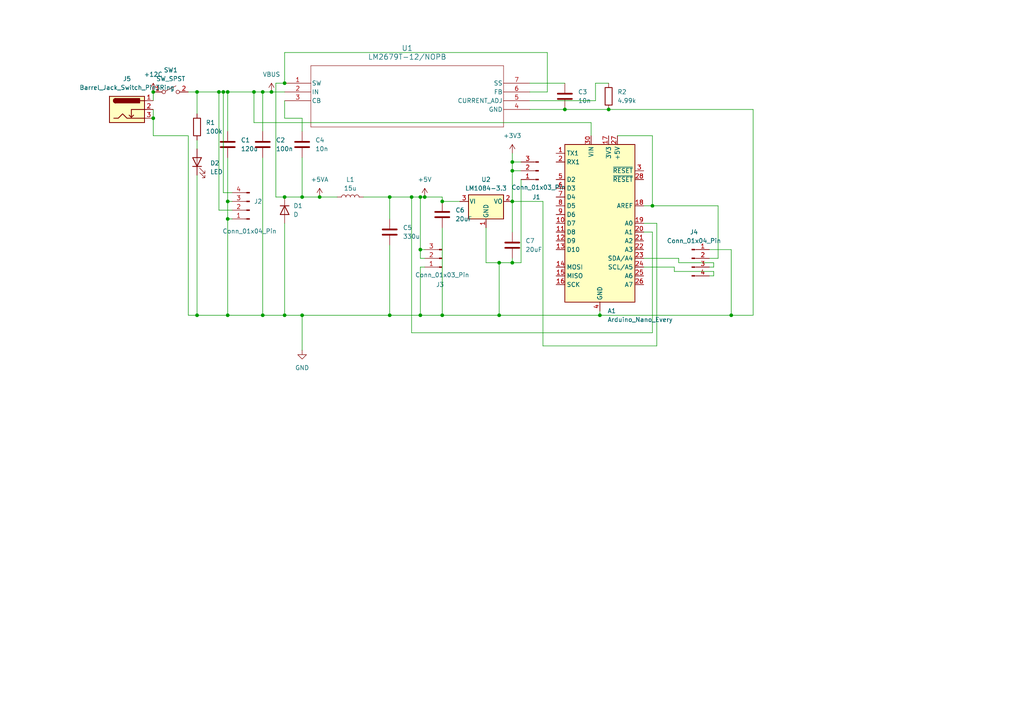
<source format=kicad_sch>
(kicad_sch
	(version 20231120)
	(generator "eeschema")
	(generator_version "8.0")
	(uuid "610e5d83-b9e8-4313-8c2d-e297538c42f2")
	(paper "A4")
	(lib_symbols
		(symbol "2025-01-16_10-56-32:LM2679T-12_NOPB"
			(pin_names
				(offset 0.254)
			)
			(exclude_from_sim no)
			(in_bom yes)
			(on_board yes)
			(property "Reference" "U"
				(at 35.56 10.16 0)
				(effects
					(font
						(size 1.524 1.524)
					)
				)
			)
			(property "Value" "LM2679T-12/NOPB"
				(at 35.56 7.62 0)
				(effects
					(font
						(size 1.524 1.524)
					)
				)
			)
			(property "Footprint" "TA07B"
				(at 0 0 0)
				(effects
					(font
						(size 1.27 1.27)
						(italic yes)
					)
					(hide yes)
				)
			)
			(property "Datasheet" "LM2679T-12/NOPB"
				(at 0 0 0)
				(effects
					(font
						(size 1.27 1.27)
						(italic yes)
					)
					(hide yes)
				)
			)
			(property "Description" ""
				(at 0 0 0)
				(effects
					(font
						(size 1.27 1.27)
					)
					(hide yes)
				)
			)
			(property "ki_locked" ""
				(at 0 0 0)
				(effects
					(font
						(size 1.27 1.27)
					)
				)
			)
			(property "ki_keywords" "LM2679T-12/NOPB"
				(at 0 0 0)
				(effects
					(font
						(size 1.27 1.27)
					)
					(hide yes)
				)
			)
			(property "ki_fp_filters" "TA07B"
				(at 0 0 0)
				(effects
					(font
						(size 1.27 1.27)
					)
					(hide yes)
				)
			)
			(symbol "LM2679T-12_NOPB_0_1"
				(polyline
					(pts
						(xy 7.62 -12.7) (xy 63.5 -12.7)
					)
					(stroke
						(width 0.127)
						(type default)
					)
					(fill
						(type none)
					)
				)
				(polyline
					(pts
						(xy 7.62 5.08) (xy 7.62 -12.7)
					)
					(stroke
						(width 0.127)
						(type default)
					)
					(fill
						(type none)
					)
				)
				(polyline
					(pts
						(xy 63.5 -12.7) (xy 63.5 5.08)
					)
					(stroke
						(width 0.127)
						(type default)
					)
					(fill
						(type none)
					)
				)
				(polyline
					(pts
						(xy 63.5 5.08) (xy 7.62 5.08)
					)
					(stroke
						(width 0.127)
						(type default)
					)
					(fill
						(type none)
					)
				)
				(pin output line
					(at 0 0 0)
					(length 7.62)
					(name "SW"
						(effects
							(font
								(size 1.27 1.27)
							)
						)
					)
					(number "1"
						(effects
							(font
								(size 1.27 1.27)
							)
						)
					)
				)
				(pin input line
					(at 0 -2.54 0)
					(length 7.62)
					(name "IN"
						(effects
							(font
								(size 1.27 1.27)
							)
						)
					)
					(number "2"
						(effects
							(font
								(size 1.27 1.27)
							)
						)
					)
				)
				(pin passive line
					(at 0 -5.08 0)
					(length 7.62)
					(name "CB"
						(effects
							(font
								(size 1.27 1.27)
							)
						)
					)
					(number "3"
						(effects
							(font
								(size 1.27 1.27)
							)
						)
					)
				)
				(pin passive line
					(at 71.12 -7.62 180)
					(length 7.62)
					(name "GND"
						(effects
							(font
								(size 1.27 1.27)
							)
						)
					)
					(number "4"
						(effects
							(font
								(size 1.27 1.27)
							)
						)
					)
				)
				(pin passive line
					(at 71.12 -5.08 180)
					(length 7.62)
					(name "CURRENT_ADJ"
						(effects
							(font
								(size 1.27 1.27)
							)
						)
					)
					(number "5"
						(effects
							(font
								(size 1.27 1.27)
							)
						)
					)
				)
				(pin passive line
					(at 71.12 -2.54 180)
					(length 7.62)
					(name "FB"
						(effects
							(font
								(size 1.27 1.27)
							)
						)
					)
					(number "6"
						(effects
							(font
								(size 1.27 1.27)
							)
						)
					)
				)
				(pin passive line
					(at 71.12 0 180)
					(length 7.62)
					(name "SS"
						(effects
							(font
								(size 1.27 1.27)
							)
						)
					)
					(number "7"
						(effects
							(font
								(size 1.27 1.27)
							)
						)
					)
				)
			)
		)
		(symbol "Connector:Barrel_Jack_Switch_Pin3Ring"
			(pin_names hide)
			(exclude_from_sim no)
			(in_bom yes)
			(on_board yes)
			(property "Reference" "J"
				(at 0 5.334 0)
				(effects
					(font
						(size 1.27 1.27)
					)
				)
			)
			(property "Value" "Barrel_Jack_Switch_Pin3Ring"
				(at 0 -5.08 0)
				(effects
					(font
						(size 1.27 1.27)
					)
				)
			)
			(property "Footprint" ""
				(at 1.27 -1.016 0)
				(effects
					(font
						(size 1.27 1.27)
					)
					(hide yes)
				)
			)
			(property "Datasheet" "~"
				(at 1.27 -1.016 0)
				(effects
					(font
						(size 1.27 1.27)
					)
					(hide yes)
				)
			)
			(property "Description" "DC Barrel Jack with an internal switch"
				(at 0 0 0)
				(effects
					(font
						(size 1.27 1.27)
					)
					(hide yes)
				)
			)
			(property "ki_keywords" "DC power barrel jack connector"
				(at 0 0 0)
				(effects
					(font
						(size 1.27 1.27)
					)
					(hide yes)
				)
			)
			(property "ki_fp_filters" "BarrelJack*"
				(at 0 0 0)
				(effects
					(font
						(size 1.27 1.27)
					)
					(hide yes)
				)
			)
			(symbol "Barrel_Jack_Switch_Pin3Ring_0_1"
				(rectangle
					(start -5.08 3.81)
					(end 5.08 -3.81)
					(stroke
						(width 0.254)
						(type default)
					)
					(fill
						(type background)
					)
				)
				(arc
					(start -3.302 3.175)
					(mid -3.9343 2.54)
					(end -3.302 1.905)
					(stroke
						(width 0.254)
						(type default)
					)
					(fill
						(type none)
					)
				)
				(arc
					(start -3.302 3.175)
					(mid -3.9343 2.54)
					(end -3.302 1.905)
					(stroke
						(width 0.254)
						(type default)
					)
					(fill
						(type outline)
					)
				)
				(polyline
					(pts
						(xy 1.27 -2.286) (xy 1.905 -1.651)
					)
					(stroke
						(width 0.254)
						(type default)
					)
					(fill
						(type none)
					)
				)
				(polyline
					(pts
						(xy 5.08 2.54) (xy 3.81 2.54)
					)
					(stroke
						(width 0.254)
						(type default)
					)
					(fill
						(type none)
					)
				)
				(polyline
					(pts
						(xy 5.08 0) (xy 1.27 0) (xy 1.27 -2.286) (xy 0.635 -1.651)
					)
					(stroke
						(width 0.254)
						(type default)
					)
					(fill
						(type none)
					)
				)
				(polyline
					(pts
						(xy -3.81 -2.54) (xy -2.54 -2.54) (xy -1.27 -1.27) (xy 0 -2.54) (xy 2.54 -2.54) (xy 5.08 -2.54)
					)
					(stroke
						(width 0.254)
						(type default)
					)
					(fill
						(type none)
					)
				)
				(rectangle
					(start 3.683 3.175)
					(end -3.302 1.905)
					(stroke
						(width 0.254)
						(type default)
					)
					(fill
						(type outline)
					)
				)
			)
			(symbol "Barrel_Jack_Switch_Pin3Ring_1_1"
				(pin passive line
					(at 7.62 2.54 180)
					(length 2.54)
					(name "~"
						(effects
							(font
								(size 1.27 1.27)
							)
						)
					)
					(number "1"
						(effects
							(font
								(size 1.27 1.27)
							)
						)
					)
				)
				(pin passive line
					(at 7.62 0 180)
					(length 2.54)
					(name "~"
						(effects
							(font
								(size 1.27 1.27)
							)
						)
					)
					(number "2"
						(effects
							(font
								(size 1.27 1.27)
							)
						)
					)
				)
				(pin passive line
					(at 7.62 -2.54 180)
					(length 2.54)
					(name "~"
						(effects
							(font
								(size 1.27 1.27)
							)
						)
					)
					(number "3"
						(effects
							(font
								(size 1.27 1.27)
							)
						)
					)
				)
			)
		)
		(symbol "Connector:Conn_01x03_Pin"
			(pin_names
				(offset 1.016) hide)
			(exclude_from_sim no)
			(in_bom yes)
			(on_board yes)
			(property "Reference" "J"
				(at 0 5.08 0)
				(effects
					(font
						(size 1.27 1.27)
					)
				)
			)
			(property "Value" "Conn_01x03_Pin"
				(at 0 -5.08 0)
				(effects
					(font
						(size 1.27 1.27)
					)
				)
			)
			(property "Footprint" ""
				(at 0 0 0)
				(effects
					(font
						(size 1.27 1.27)
					)
					(hide yes)
				)
			)
			(property "Datasheet" "~"
				(at 0 0 0)
				(effects
					(font
						(size 1.27 1.27)
					)
					(hide yes)
				)
			)
			(property "Description" "Generic connector, single row, 01x03, script generated"
				(at 0 0 0)
				(effects
					(font
						(size 1.27 1.27)
					)
					(hide yes)
				)
			)
			(property "ki_locked" ""
				(at 0 0 0)
				(effects
					(font
						(size 1.27 1.27)
					)
				)
			)
			(property "ki_keywords" "connector"
				(at 0 0 0)
				(effects
					(font
						(size 1.27 1.27)
					)
					(hide yes)
				)
			)
			(property "ki_fp_filters" "Connector*:*_1x??_*"
				(at 0 0 0)
				(effects
					(font
						(size 1.27 1.27)
					)
					(hide yes)
				)
			)
			(symbol "Conn_01x03_Pin_1_1"
				(polyline
					(pts
						(xy 1.27 -2.54) (xy 0.8636 -2.54)
					)
					(stroke
						(width 0.1524)
						(type default)
					)
					(fill
						(type none)
					)
				)
				(polyline
					(pts
						(xy 1.27 0) (xy 0.8636 0)
					)
					(stroke
						(width 0.1524)
						(type default)
					)
					(fill
						(type none)
					)
				)
				(polyline
					(pts
						(xy 1.27 2.54) (xy 0.8636 2.54)
					)
					(stroke
						(width 0.1524)
						(type default)
					)
					(fill
						(type none)
					)
				)
				(rectangle
					(start 0.8636 -2.413)
					(end 0 -2.667)
					(stroke
						(width 0.1524)
						(type default)
					)
					(fill
						(type outline)
					)
				)
				(rectangle
					(start 0.8636 0.127)
					(end 0 -0.127)
					(stroke
						(width 0.1524)
						(type default)
					)
					(fill
						(type outline)
					)
				)
				(rectangle
					(start 0.8636 2.667)
					(end 0 2.413)
					(stroke
						(width 0.1524)
						(type default)
					)
					(fill
						(type outline)
					)
				)
				(pin passive line
					(at 5.08 2.54 180)
					(length 3.81)
					(name "Pin_1"
						(effects
							(font
								(size 1.27 1.27)
							)
						)
					)
					(number "1"
						(effects
							(font
								(size 1.27 1.27)
							)
						)
					)
				)
				(pin passive line
					(at 5.08 0 180)
					(length 3.81)
					(name "Pin_2"
						(effects
							(font
								(size 1.27 1.27)
							)
						)
					)
					(number "2"
						(effects
							(font
								(size 1.27 1.27)
							)
						)
					)
				)
				(pin passive line
					(at 5.08 -2.54 180)
					(length 3.81)
					(name "Pin_3"
						(effects
							(font
								(size 1.27 1.27)
							)
						)
					)
					(number "3"
						(effects
							(font
								(size 1.27 1.27)
							)
						)
					)
				)
			)
		)
		(symbol "Connector:Conn_01x04_Pin"
			(pin_names
				(offset 1.016) hide)
			(exclude_from_sim no)
			(in_bom yes)
			(on_board yes)
			(property "Reference" "J"
				(at 0 5.08 0)
				(effects
					(font
						(size 1.27 1.27)
					)
				)
			)
			(property "Value" "Conn_01x04_Pin"
				(at 0 -7.62 0)
				(effects
					(font
						(size 1.27 1.27)
					)
				)
			)
			(property "Footprint" ""
				(at 0 0 0)
				(effects
					(font
						(size 1.27 1.27)
					)
					(hide yes)
				)
			)
			(property "Datasheet" "~"
				(at 0 0 0)
				(effects
					(font
						(size 1.27 1.27)
					)
					(hide yes)
				)
			)
			(property "Description" "Generic connector, single row, 01x04, script generated"
				(at 0 0 0)
				(effects
					(font
						(size 1.27 1.27)
					)
					(hide yes)
				)
			)
			(property "ki_locked" ""
				(at 0 0 0)
				(effects
					(font
						(size 1.27 1.27)
					)
				)
			)
			(property "ki_keywords" "connector"
				(at 0 0 0)
				(effects
					(font
						(size 1.27 1.27)
					)
					(hide yes)
				)
			)
			(property "ki_fp_filters" "Connector*:*_1x??_*"
				(at 0 0 0)
				(effects
					(font
						(size 1.27 1.27)
					)
					(hide yes)
				)
			)
			(symbol "Conn_01x04_Pin_1_1"
				(polyline
					(pts
						(xy 1.27 -5.08) (xy 0.8636 -5.08)
					)
					(stroke
						(width 0.1524)
						(type default)
					)
					(fill
						(type none)
					)
				)
				(polyline
					(pts
						(xy 1.27 -2.54) (xy 0.8636 -2.54)
					)
					(stroke
						(width 0.1524)
						(type default)
					)
					(fill
						(type none)
					)
				)
				(polyline
					(pts
						(xy 1.27 0) (xy 0.8636 0)
					)
					(stroke
						(width 0.1524)
						(type default)
					)
					(fill
						(type none)
					)
				)
				(polyline
					(pts
						(xy 1.27 2.54) (xy 0.8636 2.54)
					)
					(stroke
						(width 0.1524)
						(type default)
					)
					(fill
						(type none)
					)
				)
				(rectangle
					(start 0.8636 -4.953)
					(end 0 -5.207)
					(stroke
						(width 0.1524)
						(type default)
					)
					(fill
						(type outline)
					)
				)
				(rectangle
					(start 0.8636 -2.413)
					(end 0 -2.667)
					(stroke
						(width 0.1524)
						(type default)
					)
					(fill
						(type outline)
					)
				)
				(rectangle
					(start 0.8636 0.127)
					(end 0 -0.127)
					(stroke
						(width 0.1524)
						(type default)
					)
					(fill
						(type outline)
					)
				)
				(rectangle
					(start 0.8636 2.667)
					(end 0 2.413)
					(stroke
						(width 0.1524)
						(type default)
					)
					(fill
						(type outline)
					)
				)
				(pin passive line
					(at 5.08 2.54 180)
					(length 3.81)
					(name "Pin_1"
						(effects
							(font
								(size 1.27 1.27)
							)
						)
					)
					(number "1"
						(effects
							(font
								(size 1.27 1.27)
							)
						)
					)
				)
				(pin passive line
					(at 5.08 0 180)
					(length 3.81)
					(name "Pin_2"
						(effects
							(font
								(size 1.27 1.27)
							)
						)
					)
					(number "2"
						(effects
							(font
								(size 1.27 1.27)
							)
						)
					)
				)
				(pin passive line
					(at 5.08 -2.54 180)
					(length 3.81)
					(name "Pin_3"
						(effects
							(font
								(size 1.27 1.27)
							)
						)
					)
					(number "3"
						(effects
							(font
								(size 1.27 1.27)
							)
						)
					)
				)
				(pin passive line
					(at 5.08 -5.08 180)
					(length 3.81)
					(name "Pin_4"
						(effects
							(font
								(size 1.27 1.27)
							)
						)
					)
					(number "4"
						(effects
							(font
								(size 1.27 1.27)
							)
						)
					)
				)
			)
		)
		(symbol "Device:C"
			(pin_numbers hide)
			(pin_names
				(offset 0.254)
			)
			(exclude_from_sim no)
			(in_bom yes)
			(on_board yes)
			(property "Reference" "C"
				(at 0.635 2.54 0)
				(effects
					(font
						(size 1.27 1.27)
					)
					(justify left)
				)
			)
			(property "Value" "C"
				(at 0.635 -2.54 0)
				(effects
					(font
						(size 1.27 1.27)
					)
					(justify left)
				)
			)
			(property "Footprint" ""
				(at 0.9652 -3.81 0)
				(effects
					(font
						(size 1.27 1.27)
					)
					(hide yes)
				)
			)
			(property "Datasheet" "~"
				(at 0 0 0)
				(effects
					(font
						(size 1.27 1.27)
					)
					(hide yes)
				)
			)
			(property "Description" "Unpolarized capacitor"
				(at 0 0 0)
				(effects
					(font
						(size 1.27 1.27)
					)
					(hide yes)
				)
			)
			(property "ki_keywords" "cap capacitor"
				(at 0 0 0)
				(effects
					(font
						(size 1.27 1.27)
					)
					(hide yes)
				)
			)
			(property "ki_fp_filters" "C_*"
				(at 0 0 0)
				(effects
					(font
						(size 1.27 1.27)
					)
					(hide yes)
				)
			)
			(symbol "C_0_1"
				(polyline
					(pts
						(xy -2.032 -0.762) (xy 2.032 -0.762)
					)
					(stroke
						(width 0.508)
						(type default)
					)
					(fill
						(type none)
					)
				)
				(polyline
					(pts
						(xy -2.032 0.762) (xy 2.032 0.762)
					)
					(stroke
						(width 0.508)
						(type default)
					)
					(fill
						(type none)
					)
				)
			)
			(symbol "C_1_1"
				(pin passive line
					(at 0 3.81 270)
					(length 2.794)
					(name "~"
						(effects
							(font
								(size 1.27 1.27)
							)
						)
					)
					(number "1"
						(effects
							(font
								(size 1.27 1.27)
							)
						)
					)
				)
				(pin passive line
					(at 0 -3.81 90)
					(length 2.794)
					(name "~"
						(effects
							(font
								(size 1.27 1.27)
							)
						)
					)
					(number "2"
						(effects
							(font
								(size 1.27 1.27)
							)
						)
					)
				)
			)
		)
		(symbol "Device:D"
			(pin_numbers hide)
			(pin_names
				(offset 1.016) hide)
			(exclude_from_sim no)
			(in_bom yes)
			(on_board yes)
			(property "Reference" "D"
				(at 0 2.54 0)
				(effects
					(font
						(size 1.27 1.27)
					)
				)
			)
			(property "Value" "D"
				(at 0 -2.54 0)
				(effects
					(font
						(size 1.27 1.27)
					)
				)
			)
			(property "Footprint" ""
				(at 0 0 0)
				(effects
					(font
						(size 1.27 1.27)
					)
					(hide yes)
				)
			)
			(property "Datasheet" "~"
				(at 0 0 0)
				(effects
					(font
						(size 1.27 1.27)
					)
					(hide yes)
				)
			)
			(property "Description" "Diode"
				(at 0 0 0)
				(effects
					(font
						(size 1.27 1.27)
					)
					(hide yes)
				)
			)
			(property "Sim.Device" "D"
				(at 0 0 0)
				(effects
					(font
						(size 1.27 1.27)
					)
					(hide yes)
				)
			)
			(property "Sim.Pins" "1=K 2=A"
				(at 0 0 0)
				(effects
					(font
						(size 1.27 1.27)
					)
					(hide yes)
				)
			)
			(property "ki_keywords" "diode"
				(at 0 0 0)
				(effects
					(font
						(size 1.27 1.27)
					)
					(hide yes)
				)
			)
			(property "ki_fp_filters" "TO-???* *_Diode_* *SingleDiode* D_*"
				(at 0 0 0)
				(effects
					(font
						(size 1.27 1.27)
					)
					(hide yes)
				)
			)
			(symbol "D_0_1"
				(polyline
					(pts
						(xy -1.27 1.27) (xy -1.27 -1.27)
					)
					(stroke
						(width 0.254)
						(type default)
					)
					(fill
						(type none)
					)
				)
				(polyline
					(pts
						(xy 1.27 0) (xy -1.27 0)
					)
					(stroke
						(width 0)
						(type default)
					)
					(fill
						(type none)
					)
				)
				(polyline
					(pts
						(xy 1.27 1.27) (xy 1.27 -1.27) (xy -1.27 0) (xy 1.27 1.27)
					)
					(stroke
						(width 0.254)
						(type default)
					)
					(fill
						(type none)
					)
				)
			)
			(symbol "D_1_1"
				(pin passive line
					(at -3.81 0 0)
					(length 2.54)
					(name "K"
						(effects
							(font
								(size 1.27 1.27)
							)
						)
					)
					(number "1"
						(effects
							(font
								(size 1.27 1.27)
							)
						)
					)
				)
				(pin passive line
					(at 3.81 0 180)
					(length 2.54)
					(name "A"
						(effects
							(font
								(size 1.27 1.27)
							)
						)
					)
					(number "2"
						(effects
							(font
								(size 1.27 1.27)
							)
						)
					)
				)
			)
		)
		(symbol "Device:L"
			(pin_numbers hide)
			(pin_names
				(offset 1.016) hide)
			(exclude_from_sim no)
			(in_bom yes)
			(on_board yes)
			(property "Reference" "L"
				(at -1.27 0 90)
				(effects
					(font
						(size 1.27 1.27)
					)
				)
			)
			(property "Value" "L"
				(at 1.905 0 90)
				(effects
					(font
						(size 1.27 1.27)
					)
				)
			)
			(property "Footprint" ""
				(at 0 0 0)
				(effects
					(font
						(size 1.27 1.27)
					)
					(hide yes)
				)
			)
			(property "Datasheet" "~"
				(at 0 0 0)
				(effects
					(font
						(size 1.27 1.27)
					)
					(hide yes)
				)
			)
			(property "Description" "Inductor"
				(at 0 0 0)
				(effects
					(font
						(size 1.27 1.27)
					)
					(hide yes)
				)
			)
			(property "ki_keywords" "inductor choke coil reactor magnetic"
				(at 0 0 0)
				(effects
					(font
						(size 1.27 1.27)
					)
					(hide yes)
				)
			)
			(property "ki_fp_filters" "Choke_* *Coil* Inductor_* L_*"
				(at 0 0 0)
				(effects
					(font
						(size 1.27 1.27)
					)
					(hide yes)
				)
			)
			(symbol "L_0_1"
				(arc
					(start 0 -2.54)
					(mid 0.6323 -1.905)
					(end 0 -1.27)
					(stroke
						(width 0)
						(type default)
					)
					(fill
						(type none)
					)
				)
				(arc
					(start 0 -1.27)
					(mid 0.6323 -0.635)
					(end 0 0)
					(stroke
						(width 0)
						(type default)
					)
					(fill
						(type none)
					)
				)
				(arc
					(start 0 0)
					(mid 0.6323 0.635)
					(end 0 1.27)
					(stroke
						(width 0)
						(type default)
					)
					(fill
						(type none)
					)
				)
				(arc
					(start 0 1.27)
					(mid 0.6323 1.905)
					(end 0 2.54)
					(stroke
						(width 0)
						(type default)
					)
					(fill
						(type none)
					)
				)
			)
			(symbol "L_1_1"
				(pin passive line
					(at 0 3.81 270)
					(length 1.27)
					(name "1"
						(effects
							(font
								(size 1.27 1.27)
							)
						)
					)
					(number "1"
						(effects
							(font
								(size 1.27 1.27)
							)
						)
					)
				)
				(pin passive line
					(at 0 -3.81 90)
					(length 1.27)
					(name "2"
						(effects
							(font
								(size 1.27 1.27)
							)
						)
					)
					(number "2"
						(effects
							(font
								(size 1.27 1.27)
							)
						)
					)
				)
			)
		)
		(symbol "Device:LED"
			(pin_numbers hide)
			(pin_names
				(offset 1.016) hide)
			(exclude_from_sim no)
			(in_bom yes)
			(on_board yes)
			(property "Reference" "D"
				(at 0 2.54 0)
				(effects
					(font
						(size 1.27 1.27)
					)
				)
			)
			(property "Value" "LED"
				(at 0 -2.54 0)
				(effects
					(font
						(size 1.27 1.27)
					)
				)
			)
			(property "Footprint" ""
				(at 0 0 0)
				(effects
					(font
						(size 1.27 1.27)
					)
					(hide yes)
				)
			)
			(property "Datasheet" "~"
				(at 0 0 0)
				(effects
					(font
						(size 1.27 1.27)
					)
					(hide yes)
				)
			)
			(property "Description" "Light emitting diode"
				(at 0 0 0)
				(effects
					(font
						(size 1.27 1.27)
					)
					(hide yes)
				)
			)
			(property "ki_keywords" "LED diode"
				(at 0 0 0)
				(effects
					(font
						(size 1.27 1.27)
					)
					(hide yes)
				)
			)
			(property "ki_fp_filters" "LED* LED_SMD:* LED_THT:*"
				(at 0 0 0)
				(effects
					(font
						(size 1.27 1.27)
					)
					(hide yes)
				)
			)
			(symbol "LED_0_1"
				(polyline
					(pts
						(xy -1.27 -1.27) (xy -1.27 1.27)
					)
					(stroke
						(width 0.254)
						(type default)
					)
					(fill
						(type none)
					)
				)
				(polyline
					(pts
						(xy -1.27 0) (xy 1.27 0)
					)
					(stroke
						(width 0)
						(type default)
					)
					(fill
						(type none)
					)
				)
				(polyline
					(pts
						(xy 1.27 -1.27) (xy 1.27 1.27) (xy -1.27 0) (xy 1.27 -1.27)
					)
					(stroke
						(width 0.254)
						(type default)
					)
					(fill
						(type none)
					)
				)
				(polyline
					(pts
						(xy -3.048 -0.762) (xy -4.572 -2.286) (xy -3.81 -2.286) (xy -4.572 -2.286) (xy -4.572 -1.524)
					)
					(stroke
						(width 0)
						(type default)
					)
					(fill
						(type none)
					)
				)
				(polyline
					(pts
						(xy -1.778 -0.762) (xy -3.302 -2.286) (xy -2.54 -2.286) (xy -3.302 -2.286) (xy -3.302 -1.524)
					)
					(stroke
						(width 0)
						(type default)
					)
					(fill
						(type none)
					)
				)
			)
			(symbol "LED_1_1"
				(pin passive line
					(at -3.81 0 0)
					(length 2.54)
					(name "K"
						(effects
							(font
								(size 1.27 1.27)
							)
						)
					)
					(number "1"
						(effects
							(font
								(size 1.27 1.27)
							)
						)
					)
				)
				(pin passive line
					(at 3.81 0 180)
					(length 2.54)
					(name "A"
						(effects
							(font
								(size 1.27 1.27)
							)
						)
					)
					(number "2"
						(effects
							(font
								(size 1.27 1.27)
							)
						)
					)
				)
			)
		)
		(symbol "Device:R"
			(pin_numbers hide)
			(pin_names
				(offset 0)
			)
			(exclude_from_sim no)
			(in_bom yes)
			(on_board yes)
			(property "Reference" "R"
				(at 2.032 0 90)
				(effects
					(font
						(size 1.27 1.27)
					)
				)
			)
			(property "Value" "R"
				(at 0 0 90)
				(effects
					(font
						(size 1.27 1.27)
					)
				)
			)
			(property "Footprint" ""
				(at -1.778 0 90)
				(effects
					(font
						(size 1.27 1.27)
					)
					(hide yes)
				)
			)
			(property "Datasheet" "~"
				(at 0 0 0)
				(effects
					(font
						(size 1.27 1.27)
					)
					(hide yes)
				)
			)
			(property "Description" "Resistor"
				(at 0 0 0)
				(effects
					(font
						(size 1.27 1.27)
					)
					(hide yes)
				)
			)
			(property "ki_keywords" "R res resistor"
				(at 0 0 0)
				(effects
					(font
						(size 1.27 1.27)
					)
					(hide yes)
				)
			)
			(property "ki_fp_filters" "R_*"
				(at 0 0 0)
				(effects
					(font
						(size 1.27 1.27)
					)
					(hide yes)
				)
			)
			(symbol "R_0_1"
				(rectangle
					(start -1.016 -2.54)
					(end 1.016 2.54)
					(stroke
						(width 0.254)
						(type default)
					)
					(fill
						(type none)
					)
				)
			)
			(symbol "R_1_1"
				(pin passive line
					(at 0 3.81 270)
					(length 1.27)
					(name "~"
						(effects
							(font
								(size 1.27 1.27)
							)
						)
					)
					(number "1"
						(effects
							(font
								(size 1.27 1.27)
							)
						)
					)
				)
				(pin passive line
					(at 0 -3.81 90)
					(length 1.27)
					(name "~"
						(effects
							(font
								(size 1.27 1.27)
							)
						)
					)
					(number "2"
						(effects
							(font
								(size 1.27 1.27)
							)
						)
					)
				)
			)
		)
		(symbol "MCU_Module:Arduino_Nano_Every"
			(exclude_from_sim no)
			(in_bom yes)
			(on_board yes)
			(property "Reference" "A"
				(at -10.16 23.495 0)
				(effects
					(font
						(size 1.27 1.27)
					)
					(justify left bottom)
				)
			)
			(property "Value" "Arduino_Nano_Every"
				(at 5.08 -24.13 0)
				(effects
					(font
						(size 1.27 1.27)
					)
					(justify left top)
				)
			)
			(property "Footprint" "Module:Arduino_Nano"
				(at 0 0 0)
				(effects
					(font
						(size 1.27 1.27)
						(italic yes)
					)
					(hide yes)
				)
			)
			(property "Datasheet" "https://content.arduino.cc/assets/NANOEveryV3.0_sch.pdf"
				(at 0 0 0)
				(effects
					(font
						(size 1.27 1.27)
					)
					(hide yes)
				)
			)
			(property "Description" "Arduino Nano Every"
				(at 0 0 0)
				(effects
					(font
						(size 1.27 1.27)
					)
					(hide yes)
				)
			)
			(property "ki_keywords" "Arduino nano microcontroller module USB UPDI AATMega4809 AVR"
				(at 0 0 0)
				(effects
					(font
						(size 1.27 1.27)
					)
					(hide yes)
				)
			)
			(property "ki_fp_filters" "Arduino*Nano*"
				(at 0 0 0)
				(effects
					(font
						(size 1.27 1.27)
					)
					(hide yes)
				)
			)
			(symbol "Arduino_Nano_Every_0_1"
				(rectangle
					(start -10.16 22.86)
					(end 10.16 -22.86)
					(stroke
						(width 0.254)
						(type default)
					)
					(fill
						(type background)
					)
				)
			)
			(symbol "Arduino_Nano_Every_1_1"
				(pin bidirectional line
					(at -12.7 20.32 0)
					(length 2.54)
					(name "TX1"
						(effects
							(font
								(size 1.27 1.27)
							)
						)
					)
					(number "1"
						(effects
							(font
								(size 1.27 1.27)
							)
						)
					)
				)
				(pin bidirectional line
					(at -12.7 0 0)
					(length 2.54)
					(name "D7"
						(effects
							(font
								(size 1.27 1.27)
							)
						)
					)
					(number "10"
						(effects
							(font
								(size 1.27 1.27)
							)
						)
					)
				)
				(pin bidirectional line
					(at -12.7 -2.54 0)
					(length 2.54)
					(name "D8"
						(effects
							(font
								(size 1.27 1.27)
							)
						)
					)
					(number "11"
						(effects
							(font
								(size 1.27 1.27)
							)
						)
					)
				)
				(pin bidirectional line
					(at -12.7 -5.08 0)
					(length 2.54)
					(name "D9"
						(effects
							(font
								(size 1.27 1.27)
							)
						)
					)
					(number "12"
						(effects
							(font
								(size 1.27 1.27)
							)
						)
					)
				)
				(pin bidirectional line
					(at -12.7 -7.62 0)
					(length 2.54)
					(name "D10"
						(effects
							(font
								(size 1.27 1.27)
							)
						)
					)
					(number "13"
						(effects
							(font
								(size 1.27 1.27)
							)
						)
					)
				)
				(pin bidirectional line
					(at -12.7 -12.7 0)
					(length 2.54)
					(name "MOSI"
						(effects
							(font
								(size 1.27 1.27)
							)
						)
					)
					(number "14"
						(effects
							(font
								(size 1.27 1.27)
							)
						)
					)
				)
				(pin bidirectional line
					(at -12.7 -15.24 0)
					(length 2.54)
					(name "MISO"
						(effects
							(font
								(size 1.27 1.27)
							)
						)
					)
					(number "15"
						(effects
							(font
								(size 1.27 1.27)
							)
						)
					)
				)
				(pin bidirectional line
					(at -12.7 -17.78 0)
					(length 2.54)
					(name "SCK"
						(effects
							(font
								(size 1.27 1.27)
							)
						)
					)
					(number "16"
						(effects
							(font
								(size 1.27 1.27)
							)
						)
					)
				)
				(pin power_out line
					(at 2.54 25.4 270)
					(length 2.54)
					(name "3V3"
						(effects
							(font
								(size 1.27 1.27)
							)
						)
					)
					(number "17"
						(effects
							(font
								(size 1.27 1.27)
							)
						)
					)
				)
				(pin input line
					(at 12.7 5.08 180)
					(length 2.54)
					(name "AREF"
						(effects
							(font
								(size 1.27 1.27)
							)
						)
					)
					(number "18"
						(effects
							(font
								(size 1.27 1.27)
							)
						)
					)
				)
				(pin bidirectional line
					(at 12.7 0 180)
					(length 2.54)
					(name "A0"
						(effects
							(font
								(size 1.27 1.27)
							)
						)
					)
					(number "19"
						(effects
							(font
								(size 1.27 1.27)
							)
						)
					)
				)
				(pin bidirectional line
					(at -12.7 17.78 0)
					(length 2.54)
					(name "RX1"
						(effects
							(font
								(size 1.27 1.27)
							)
						)
					)
					(number "2"
						(effects
							(font
								(size 1.27 1.27)
							)
						)
					)
				)
				(pin bidirectional line
					(at 12.7 -2.54 180)
					(length 2.54)
					(name "A1"
						(effects
							(font
								(size 1.27 1.27)
							)
						)
					)
					(number "20"
						(effects
							(font
								(size 1.27 1.27)
							)
						)
					)
				)
				(pin bidirectional line
					(at 12.7 -5.08 180)
					(length 2.54)
					(name "A2"
						(effects
							(font
								(size 1.27 1.27)
							)
						)
					)
					(number "21"
						(effects
							(font
								(size 1.27 1.27)
							)
						)
					)
				)
				(pin bidirectional line
					(at 12.7 -7.62 180)
					(length 2.54)
					(name "A3"
						(effects
							(font
								(size 1.27 1.27)
							)
						)
					)
					(number "22"
						(effects
							(font
								(size 1.27 1.27)
							)
						)
					)
				)
				(pin bidirectional line
					(at 12.7 -10.16 180)
					(length 2.54)
					(name "SDA/A4"
						(effects
							(font
								(size 1.27 1.27)
							)
						)
					)
					(number "23"
						(effects
							(font
								(size 1.27 1.27)
							)
						)
					)
				)
				(pin bidirectional line
					(at 12.7 -12.7 180)
					(length 2.54)
					(name "SCL/A5"
						(effects
							(font
								(size 1.27 1.27)
							)
						)
					)
					(number "24"
						(effects
							(font
								(size 1.27 1.27)
							)
						)
					)
				)
				(pin bidirectional line
					(at 12.7 -15.24 180)
					(length 2.54)
					(name "A6"
						(effects
							(font
								(size 1.27 1.27)
							)
						)
					)
					(number "25"
						(effects
							(font
								(size 1.27 1.27)
							)
						)
					)
				)
				(pin bidirectional line
					(at 12.7 -17.78 180)
					(length 2.54)
					(name "A7"
						(effects
							(font
								(size 1.27 1.27)
							)
						)
					)
					(number "26"
						(effects
							(font
								(size 1.27 1.27)
							)
						)
					)
				)
				(pin power_out line
					(at 5.08 25.4 270)
					(length 2.54)
					(name "+5V"
						(effects
							(font
								(size 1.27 1.27)
							)
						)
					)
					(number "27"
						(effects
							(font
								(size 1.27 1.27)
							)
						)
					)
				)
				(pin input line
					(at 12.7 12.7 180)
					(length 2.54)
					(name "~{RESET}"
						(effects
							(font
								(size 1.27 1.27)
							)
						)
					)
					(number "28"
						(effects
							(font
								(size 1.27 1.27)
							)
						)
					)
				)
				(pin passive line
					(at 0 -25.4 90)
					(length 2.54) hide
					(name "GND"
						(effects
							(font
								(size 1.27 1.27)
							)
						)
					)
					(number "29"
						(effects
							(font
								(size 1.27 1.27)
							)
						)
					)
				)
				(pin input line
					(at 12.7 15.24 180)
					(length 2.54)
					(name "~{RESET}"
						(effects
							(font
								(size 1.27 1.27)
							)
						)
					)
					(number "3"
						(effects
							(font
								(size 1.27 1.27)
							)
						)
					)
				)
				(pin power_in line
					(at -2.54 25.4 270)
					(length 2.54)
					(name "VIN"
						(effects
							(font
								(size 1.27 1.27)
							)
						)
					)
					(number "30"
						(effects
							(font
								(size 1.27 1.27)
							)
						)
					)
				)
				(pin power_in line
					(at 0 -25.4 90)
					(length 2.54)
					(name "GND"
						(effects
							(font
								(size 1.27 1.27)
							)
						)
					)
					(number "4"
						(effects
							(font
								(size 1.27 1.27)
							)
						)
					)
				)
				(pin bidirectional line
					(at -12.7 12.7 0)
					(length 2.54)
					(name "D2"
						(effects
							(font
								(size 1.27 1.27)
							)
						)
					)
					(number "5"
						(effects
							(font
								(size 1.27 1.27)
							)
						)
					)
				)
				(pin bidirectional line
					(at -12.7 10.16 0)
					(length 2.54)
					(name "D3"
						(effects
							(font
								(size 1.27 1.27)
							)
						)
					)
					(number "6"
						(effects
							(font
								(size 1.27 1.27)
							)
						)
					)
				)
				(pin bidirectional line
					(at -12.7 7.62 0)
					(length 2.54)
					(name "D4"
						(effects
							(font
								(size 1.27 1.27)
							)
						)
					)
					(number "7"
						(effects
							(font
								(size 1.27 1.27)
							)
						)
					)
				)
				(pin bidirectional line
					(at -12.7 5.08 0)
					(length 2.54)
					(name "D5"
						(effects
							(font
								(size 1.27 1.27)
							)
						)
					)
					(number "8"
						(effects
							(font
								(size 1.27 1.27)
							)
						)
					)
				)
				(pin bidirectional line
					(at -12.7 2.54 0)
					(length 2.54)
					(name "D6"
						(effects
							(font
								(size 1.27 1.27)
							)
						)
					)
					(number "9"
						(effects
							(font
								(size 1.27 1.27)
							)
						)
					)
				)
			)
		)
		(symbol "Regulator_Linear:LM1084-3.3"
			(pin_names
				(offset 0.254)
			)
			(exclude_from_sim no)
			(in_bom yes)
			(on_board yes)
			(property "Reference" "U"
				(at -3.81 3.175 0)
				(effects
					(font
						(size 1.27 1.27)
					)
				)
			)
			(property "Value" "LM1084-3.3"
				(at 0 3.175 0)
				(effects
					(font
						(size 1.27 1.27)
					)
					(justify left)
				)
			)
			(property "Footprint" ""
				(at 0 6.35 0)
				(effects
					(font
						(size 1.27 1.27)
						(italic yes)
					)
					(hide yes)
				)
			)
			(property "Datasheet" "http://www.ti.com/lit/ds/symlink/lm1084.pdf"
				(at 0 0 0)
				(effects
					(font
						(size 1.27 1.27)
					)
					(hide yes)
				)
			)
			(property "Description" "5A 27V Linear Regulator, Fixed Output 3.3V, TO-220/TO-263"
				(at 0 0 0)
				(effects
					(font
						(size 1.27 1.27)
					)
					(hide yes)
				)
			)
			(property "ki_keywords" "Voltage Regulator Fixed 5A Positive"
				(at 0 0 0)
				(effects
					(font
						(size 1.27 1.27)
					)
					(hide yes)
				)
			)
			(property "ki_fp_filters" "TO?220* TO?263*"
				(at 0 0 0)
				(effects
					(font
						(size 1.27 1.27)
					)
					(hide yes)
				)
			)
			(symbol "LM1084-3.3_0_1"
				(rectangle
					(start -5.08 1.905)
					(end 5.08 -5.08)
					(stroke
						(width 0.254)
						(type default)
					)
					(fill
						(type background)
					)
				)
			)
			(symbol "LM1084-3.3_1_1"
				(pin power_in line
					(at 0 -7.62 90)
					(length 2.54)
					(name "GND"
						(effects
							(font
								(size 1.27 1.27)
							)
						)
					)
					(number "1"
						(effects
							(font
								(size 1.27 1.27)
							)
						)
					)
				)
				(pin power_out line
					(at 7.62 0 180)
					(length 2.54)
					(name "VO"
						(effects
							(font
								(size 1.27 1.27)
							)
						)
					)
					(number "2"
						(effects
							(font
								(size 1.27 1.27)
							)
						)
					)
				)
				(pin power_in line
					(at -7.62 0 0)
					(length 2.54)
					(name "VI"
						(effects
							(font
								(size 1.27 1.27)
							)
						)
					)
					(number "3"
						(effects
							(font
								(size 1.27 1.27)
							)
						)
					)
				)
			)
		)
		(symbol "Switch:SW_SPST"
			(pin_names
				(offset 0) hide)
			(exclude_from_sim no)
			(in_bom yes)
			(on_board yes)
			(property "Reference" "SW"
				(at 0 3.175 0)
				(effects
					(font
						(size 1.27 1.27)
					)
				)
			)
			(property "Value" "SW_SPST"
				(at 0 -2.54 0)
				(effects
					(font
						(size 1.27 1.27)
					)
				)
			)
			(property "Footprint" ""
				(at 0 0 0)
				(effects
					(font
						(size 1.27 1.27)
					)
					(hide yes)
				)
			)
			(property "Datasheet" "~"
				(at 0 0 0)
				(effects
					(font
						(size 1.27 1.27)
					)
					(hide yes)
				)
			)
			(property "Description" "Single Pole Single Throw (SPST) switch"
				(at 0 0 0)
				(effects
					(font
						(size 1.27 1.27)
					)
					(hide yes)
				)
			)
			(property "ki_keywords" "switch lever"
				(at 0 0 0)
				(effects
					(font
						(size 1.27 1.27)
					)
					(hide yes)
				)
			)
			(symbol "SW_SPST_0_0"
				(circle
					(center -2.032 0)
					(radius 0.508)
					(stroke
						(width 0)
						(type default)
					)
					(fill
						(type none)
					)
				)
				(polyline
					(pts
						(xy -1.524 0.254) (xy 1.524 1.778)
					)
					(stroke
						(width 0)
						(type default)
					)
					(fill
						(type none)
					)
				)
				(circle
					(center 2.032 0)
					(radius 0.508)
					(stroke
						(width 0)
						(type default)
					)
					(fill
						(type none)
					)
				)
			)
			(symbol "SW_SPST_1_1"
				(pin passive line
					(at -5.08 0 0)
					(length 2.54)
					(name "A"
						(effects
							(font
								(size 1.27 1.27)
							)
						)
					)
					(number "1"
						(effects
							(font
								(size 1.27 1.27)
							)
						)
					)
				)
				(pin passive line
					(at 5.08 0 180)
					(length 2.54)
					(name "B"
						(effects
							(font
								(size 1.27 1.27)
							)
						)
					)
					(number "2"
						(effects
							(font
								(size 1.27 1.27)
							)
						)
					)
				)
			)
		)
		(symbol "power:+12C"
			(power)
			(pin_numbers hide)
			(pin_names
				(offset 0) hide)
			(exclude_from_sim no)
			(in_bom yes)
			(on_board yes)
			(property "Reference" "#PWR"
				(at 0 -3.81 0)
				(effects
					(font
						(size 1.27 1.27)
					)
					(hide yes)
				)
			)
			(property "Value" "+12C"
				(at 0 3.556 0)
				(effects
					(font
						(size 1.27 1.27)
					)
				)
			)
			(property "Footprint" ""
				(at 0 0 0)
				(effects
					(font
						(size 1.27 1.27)
					)
					(hide yes)
				)
			)
			(property "Datasheet" ""
				(at 0 0 0)
				(effects
					(font
						(size 1.27 1.27)
					)
					(hide yes)
				)
			)
			(property "Description" "Power symbol creates a global label with name \"+12C\""
				(at 0 0 0)
				(effects
					(font
						(size 1.27 1.27)
					)
					(hide yes)
				)
			)
			(property "ki_keywords" "global power"
				(at 0 0 0)
				(effects
					(font
						(size 1.27 1.27)
					)
					(hide yes)
				)
			)
			(symbol "+12C_0_1"
				(polyline
					(pts
						(xy -0.762 1.27) (xy 0 2.54)
					)
					(stroke
						(width 0)
						(type default)
					)
					(fill
						(type none)
					)
				)
				(polyline
					(pts
						(xy 0 0) (xy 0 2.54)
					)
					(stroke
						(width 0)
						(type default)
					)
					(fill
						(type none)
					)
				)
				(polyline
					(pts
						(xy 0 2.54) (xy 0.762 1.27)
					)
					(stroke
						(width 0)
						(type default)
					)
					(fill
						(type none)
					)
				)
			)
			(symbol "+12C_1_1"
				(pin power_in line
					(at 0 0 90)
					(length 0)
					(name "~"
						(effects
							(font
								(size 1.27 1.27)
							)
						)
					)
					(number "1"
						(effects
							(font
								(size 1.27 1.27)
							)
						)
					)
				)
			)
		)
		(symbol "power:+3V3"
			(power)
			(pin_numbers hide)
			(pin_names
				(offset 0) hide)
			(exclude_from_sim no)
			(in_bom yes)
			(on_board yes)
			(property "Reference" "#PWR"
				(at 0 -3.81 0)
				(effects
					(font
						(size 1.27 1.27)
					)
					(hide yes)
				)
			)
			(property "Value" "+3V3"
				(at 0 3.556 0)
				(effects
					(font
						(size 1.27 1.27)
					)
				)
			)
			(property "Footprint" ""
				(at 0 0 0)
				(effects
					(font
						(size 1.27 1.27)
					)
					(hide yes)
				)
			)
			(property "Datasheet" ""
				(at 0 0 0)
				(effects
					(font
						(size 1.27 1.27)
					)
					(hide yes)
				)
			)
			(property "Description" "Power symbol creates a global label with name \"+3V3\""
				(at 0 0 0)
				(effects
					(font
						(size 1.27 1.27)
					)
					(hide yes)
				)
			)
			(property "ki_keywords" "global power"
				(at 0 0 0)
				(effects
					(font
						(size 1.27 1.27)
					)
					(hide yes)
				)
			)
			(symbol "+3V3_0_1"
				(polyline
					(pts
						(xy -0.762 1.27) (xy 0 2.54)
					)
					(stroke
						(width 0)
						(type default)
					)
					(fill
						(type none)
					)
				)
				(polyline
					(pts
						(xy 0 0) (xy 0 2.54)
					)
					(stroke
						(width 0)
						(type default)
					)
					(fill
						(type none)
					)
				)
				(polyline
					(pts
						(xy 0 2.54) (xy 0.762 1.27)
					)
					(stroke
						(width 0)
						(type default)
					)
					(fill
						(type none)
					)
				)
			)
			(symbol "+3V3_1_1"
				(pin power_in line
					(at 0 0 90)
					(length 0)
					(name "~"
						(effects
							(font
								(size 1.27 1.27)
							)
						)
					)
					(number "1"
						(effects
							(font
								(size 1.27 1.27)
							)
						)
					)
				)
			)
		)
		(symbol "power:+5V"
			(power)
			(pin_numbers hide)
			(pin_names
				(offset 0) hide)
			(exclude_from_sim no)
			(in_bom yes)
			(on_board yes)
			(property "Reference" "#PWR"
				(at 0 -3.81 0)
				(effects
					(font
						(size 1.27 1.27)
					)
					(hide yes)
				)
			)
			(property "Value" "+5V"
				(at 0 3.556 0)
				(effects
					(font
						(size 1.27 1.27)
					)
				)
			)
			(property "Footprint" ""
				(at 0 0 0)
				(effects
					(font
						(size 1.27 1.27)
					)
					(hide yes)
				)
			)
			(property "Datasheet" ""
				(at 0 0 0)
				(effects
					(font
						(size 1.27 1.27)
					)
					(hide yes)
				)
			)
			(property "Description" "Power symbol creates a global label with name \"+5V\""
				(at 0 0 0)
				(effects
					(font
						(size 1.27 1.27)
					)
					(hide yes)
				)
			)
			(property "ki_keywords" "global power"
				(at 0 0 0)
				(effects
					(font
						(size 1.27 1.27)
					)
					(hide yes)
				)
			)
			(symbol "+5V_0_1"
				(polyline
					(pts
						(xy -0.762 1.27) (xy 0 2.54)
					)
					(stroke
						(width 0)
						(type default)
					)
					(fill
						(type none)
					)
				)
				(polyline
					(pts
						(xy 0 0) (xy 0 2.54)
					)
					(stroke
						(width 0)
						(type default)
					)
					(fill
						(type none)
					)
				)
				(polyline
					(pts
						(xy 0 2.54) (xy 0.762 1.27)
					)
					(stroke
						(width 0)
						(type default)
					)
					(fill
						(type none)
					)
				)
			)
			(symbol "+5V_1_1"
				(pin power_in line
					(at 0 0 90)
					(length 0)
					(name "~"
						(effects
							(font
								(size 1.27 1.27)
							)
						)
					)
					(number "1"
						(effects
							(font
								(size 1.27 1.27)
							)
						)
					)
				)
			)
		)
		(symbol "power:+5VA"
			(power)
			(pin_numbers hide)
			(pin_names
				(offset 0) hide)
			(exclude_from_sim no)
			(in_bom yes)
			(on_board yes)
			(property "Reference" "#PWR"
				(at 0 -3.81 0)
				(effects
					(font
						(size 1.27 1.27)
					)
					(hide yes)
				)
			)
			(property "Value" "+5VA"
				(at 0 3.556 0)
				(effects
					(font
						(size 1.27 1.27)
					)
				)
			)
			(property "Footprint" ""
				(at 0 0 0)
				(effects
					(font
						(size 1.27 1.27)
					)
					(hide yes)
				)
			)
			(property "Datasheet" ""
				(at 0 0 0)
				(effects
					(font
						(size 1.27 1.27)
					)
					(hide yes)
				)
			)
			(property "Description" "Power symbol creates a global label with name \"+5VA\""
				(at 0 0 0)
				(effects
					(font
						(size 1.27 1.27)
					)
					(hide yes)
				)
			)
			(property "ki_keywords" "global power"
				(at 0 0 0)
				(effects
					(font
						(size 1.27 1.27)
					)
					(hide yes)
				)
			)
			(symbol "+5VA_0_1"
				(polyline
					(pts
						(xy -0.762 1.27) (xy 0 2.54)
					)
					(stroke
						(width 0)
						(type default)
					)
					(fill
						(type none)
					)
				)
				(polyline
					(pts
						(xy 0 0) (xy 0 2.54)
					)
					(stroke
						(width 0)
						(type default)
					)
					(fill
						(type none)
					)
				)
				(polyline
					(pts
						(xy 0 2.54) (xy 0.762 1.27)
					)
					(stroke
						(width 0)
						(type default)
					)
					(fill
						(type none)
					)
				)
			)
			(symbol "+5VA_1_1"
				(pin power_in line
					(at 0 0 90)
					(length 0)
					(name "~"
						(effects
							(font
								(size 1.27 1.27)
							)
						)
					)
					(number "1"
						(effects
							(font
								(size 1.27 1.27)
							)
						)
					)
				)
			)
		)
		(symbol "power:GND"
			(power)
			(pin_numbers hide)
			(pin_names
				(offset 0) hide)
			(exclude_from_sim no)
			(in_bom yes)
			(on_board yes)
			(property "Reference" "#PWR"
				(at 0 -6.35 0)
				(effects
					(font
						(size 1.27 1.27)
					)
					(hide yes)
				)
			)
			(property "Value" "GND"
				(at 0 -3.81 0)
				(effects
					(font
						(size 1.27 1.27)
					)
				)
			)
			(property "Footprint" ""
				(at 0 0 0)
				(effects
					(font
						(size 1.27 1.27)
					)
					(hide yes)
				)
			)
			(property "Datasheet" ""
				(at 0 0 0)
				(effects
					(font
						(size 1.27 1.27)
					)
					(hide yes)
				)
			)
			(property "Description" "Power symbol creates a global label with name \"GND\" , ground"
				(at 0 0 0)
				(effects
					(font
						(size 1.27 1.27)
					)
					(hide yes)
				)
			)
			(property "ki_keywords" "global power"
				(at 0 0 0)
				(effects
					(font
						(size 1.27 1.27)
					)
					(hide yes)
				)
			)
			(symbol "GND_0_1"
				(polyline
					(pts
						(xy 0 0) (xy 0 -1.27) (xy 1.27 -1.27) (xy 0 -2.54) (xy -1.27 -1.27) (xy 0 -1.27)
					)
					(stroke
						(width 0)
						(type default)
					)
					(fill
						(type none)
					)
				)
			)
			(symbol "GND_1_1"
				(pin power_in line
					(at 0 0 270)
					(length 0)
					(name "~"
						(effects
							(font
								(size 1.27 1.27)
							)
						)
					)
					(number "1"
						(effects
							(font
								(size 1.27 1.27)
							)
						)
					)
				)
			)
		)
		(symbol "power:VBUS"
			(power)
			(pin_numbers hide)
			(pin_names
				(offset 0) hide)
			(exclude_from_sim no)
			(in_bom yes)
			(on_board yes)
			(property "Reference" "#PWR"
				(at 0 -3.81 0)
				(effects
					(font
						(size 1.27 1.27)
					)
					(hide yes)
				)
			)
			(property "Value" "VBUS"
				(at 0 3.556 0)
				(effects
					(font
						(size 1.27 1.27)
					)
				)
			)
			(property "Footprint" ""
				(at 0 0 0)
				(effects
					(font
						(size 1.27 1.27)
					)
					(hide yes)
				)
			)
			(property "Datasheet" ""
				(at 0 0 0)
				(effects
					(font
						(size 1.27 1.27)
					)
					(hide yes)
				)
			)
			(property "Description" "Power symbol creates a global label with name \"VBUS\""
				(at 0 0 0)
				(effects
					(font
						(size 1.27 1.27)
					)
					(hide yes)
				)
			)
			(property "ki_keywords" "global power"
				(at 0 0 0)
				(effects
					(font
						(size 1.27 1.27)
					)
					(hide yes)
				)
			)
			(symbol "VBUS_0_1"
				(polyline
					(pts
						(xy -0.762 1.27) (xy 0 2.54)
					)
					(stroke
						(width 0)
						(type default)
					)
					(fill
						(type none)
					)
				)
				(polyline
					(pts
						(xy 0 0) (xy 0 2.54)
					)
					(stroke
						(width 0)
						(type default)
					)
					(fill
						(type none)
					)
				)
				(polyline
					(pts
						(xy 0 2.54) (xy 0.762 1.27)
					)
					(stroke
						(width 0)
						(type default)
					)
					(fill
						(type none)
					)
				)
			)
			(symbol "VBUS_1_1"
				(pin power_in line
					(at 0 0 90)
					(length 0)
					(name "~"
						(effects
							(font
								(size 1.27 1.27)
							)
						)
					)
					(number "1"
						(effects
							(font
								(size 1.27 1.27)
							)
						)
					)
				)
			)
		)
	)
	(junction
		(at 121.92 57.15)
		(diameter 0)
		(color 0 0 0 0)
		(uuid "01b56016-154f-484b-82f7-c1a12220ecd1")
	)
	(junction
		(at 123.19 57.15)
		(diameter 0)
		(color 0 0 0 0)
		(uuid "04b7a072-276d-4b48-819e-e03dc4b8d674")
	)
	(junction
		(at 92.71 57.15)
		(diameter 0)
		(color 0 0 0 0)
		(uuid "1049845a-bc96-40e4-9c13-d1aa38f5152f")
	)
	(junction
		(at 148.59 49.53)
		(diameter 0)
		(color 0 0 0 0)
		(uuid "11374cfe-37b8-41f3-861e-9b320a41aaf8")
	)
	(junction
		(at 121.92 72.39)
		(diameter 0)
		(color 0 0 0 0)
		(uuid "18a165b6-a3f2-4aef-ace2-b21cbf6a796b")
	)
	(junction
		(at 148.59 58.42)
		(diameter 0)
		(color 0 0 0 0)
		(uuid "1ed88d6a-d638-4100-8992-a1baa1c0cd07")
	)
	(junction
		(at 144.78 76.2)
		(diameter 0)
		(color 0 0 0 0)
		(uuid "1f006ce7-722c-4cd9-8869-2fee3d30d2e8")
	)
	(junction
		(at 82.55 24.13)
		(diameter 0)
		(color 0 0 0 0)
		(uuid "224a4c63-e4a8-42b4-8731-7ce8b9b63041")
	)
	(junction
		(at 173.99 91.44)
		(diameter 0)
		(color 0 0 0 0)
		(uuid "22f50406-7520-40de-bdde-0df1e68ea8d7")
	)
	(junction
		(at 64.77 26.67)
		(diameter 0)
		(color 0 0 0 0)
		(uuid "262786a1-e412-4af5-b4a4-ccb3cd820a6c")
	)
	(junction
		(at 66.04 58.42)
		(diameter 0)
		(color 0 0 0 0)
		(uuid "2921068f-940a-4dad-adfe-690d734ab8e7")
	)
	(junction
		(at 128.27 58.42)
		(diameter 0)
		(color 0 0 0 0)
		(uuid "341dd0c0-00d0-4b16-84f2-5c2f09c01d44")
	)
	(junction
		(at 148.59 76.2)
		(diameter 0)
		(color 0 0 0 0)
		(uuid "3664b425-d540-49fa-b517-f2419b0ece92")
	)
	(junction
		(at 163.83 31.75)
		(diameter 0)
		(color 0 0 0 0)
		(uuid "3822b424-9516-4b4f-9a5f-96e42d0bf07b")
	)
	(junction
		(at 66.04 26.67)
		(diameter 0)
		(color 0 0 0 0)
		(uuid "4136c20a-f874-4d22-96e2-ddeeb0b77f96")
	)
	(junction
		(at 189.23 59.69)
		(diameter 0)
		(color 0 0 0 0)
		(uuid "49629527-4d0c-489d-ba2f-7dab48e5819f")
	)
	(junction
		(at 87.63 91.44)
		(diameter 0)
		(color 0 0 0 0)
		(uuid "4d457cbb-d93a-481c-b98f-1257e2d0440b")
	)
	(junction
		(at 113.03 57.15)
		(diameter 0)
		(color 0 0 0 0)
		(uuid "50bdf4de-d708-4cfa-bc63-694130b6c7c4")
	)
	(junction
		(at 44.45 34.29)
		(diameter 0)
		(color 0 0 0 0)
		(uuid "6ac9c250-3feb-4af2-9b91-cf66f50405ca")
	)
	(junction
		(at 66.04 63.5)
		(diameter 0)
		(color 0 0 0 0)
		(uuid "74299b38-5cf6-41b8-be1c-506dcce82966")
	)
	(junction
		(at 128.27 91.44)
		(diameter 0)
		(color 0 0 0 0)
		(uuid "763c805f-df3a-4bdb-bc23-21afd456babd")
	)
	(junction
		(at 113.03 91.44)
		(diameter 0)
		(color 0 0 0 0)
		(uuid "782c90ce-d815-4aa2-ab1c-6ad087a467db")
	)
	(junction
		(at 78.74 26.67)
		(diameter 0)
		(color 0 0 0 0)
		(uuid "784f8e95-e7eb-4830-abfa-26d325aa7c2a")
	)
	(junction
		(at 148.59 46.99)
		(diameter 0)
		(color 0 0 0 0)
		(uuid "8bbbf8e2-7840-4f1f-8ecb-1252394dcd66")
	)
	(junction
		(at 76.2 91.44)
		(diameter 0)
		(color 0 0 0 0)
		(uuid "a02e1368-f949-486b-8859-bc449e3013e0")
	)
	(junction
		(at 66.04 91.44)
		(diameter 0)
		(color 0 0 0 0)
		(uuid "b0b44487-d8e8-4181-8da7-d4bd08bf5274")
	)
	(junction
		(at 87.63 57.15)
		(diameter 0)
		(color 0 0 0 0)
		(uuid "b0e3e2c6-5b47-45a7-8976-772b8753f64c")
	)
	(junction
		(at 176.53 31.75)
		(diameter 0)
		(color 0 0 0 0)
		(uuid "b0f1a853-3204-42a0-9542-4f84b973a876")
	)
	(junction
		(at 73.66 26.67)
		(diameter 0)
		(color 0 0 0 0)
		(uuid "b9d666ff-ed64-4a1e-a6c2-38976c2a5bd9")
	)
	(junction
		(at 119.38 57.15)
		(diameter 0)
		(color 0 0 0 0)
		(uuid "c2cde4e9-ec1b-450e-a556-a41e59e2a1b5")
	)
	(junction
		(at 63.5 26.67)
		(diameter 0)
		(color 0 0 0 0)
		(uuid "c321170b-1e76-4efa-aaf5-63d7cd975c50")
	)
	(junction
		(at 76.2 26.67)
		(diameter 0)
		(color 0 0 0 0)
		(uuid "c4fc479c-5f83-4273-be0f-46b17f40e6c9")
	)
	(junction
		(at 144.78 91.44)
		(diameter 0)
		(color 0 0 0 0)
		(uuid "c99bb249-153e-4e97-8b55-7abd1180648c")
	)
	(junction
		(at 82.55 91.44)
		(diameter 0)
		(color 0 0 0 0)
		(uuid "d9d79c14-1cab-47e7-902f-c6a53eb7b5a8")
	)
	(junction
		(at 44.45 26.67)
		(diameter 0)
		(color 0 0 0 0)
		(uuid "dba3e3b3-a0f8-45cd-9f33-701ea35547d1")
	)
	(junction
		(at 57.15 26.67)
		(diameter 0)
		(color 0 0 0 0)
		(uuid "e7dd662c-8f97-49eb-8320-65e30a6d5e78")
	)
	(junction
		(at 82.55 57.15)
		(diameter 0)
		(color 0 0 0 0)
		(uuid "efa64edd-99ba-4354-87e5-f8f6a35b07af")
	)
	(junction
		(at 121.92 91.44)
		(diameter 0)
		(color 0 0 0 0)
		(uuid "f5493b0b-bb3f-48c7-926a-cb442e102ec0")
	)
	(junction
		(at 212.09 91.44)
		(diameter 0)
		(color 0 0 0 0)
		(uuid "f6aad7ab-1827-4d9e-aa2b-a75476fce403")
	)
	(junction
		(at 57.15 91.44)
		(diameter 0)
		(color 0 0 0 0)
		(uuid "faca992a-89a6-42b7-91ca-4c2b758eff5d")
	)
	(wire
		(pts
			(xy 82.55 29.21) (xy 82.55 34.29)
		)
		(stroke
			(width 0)
			(type default)
		)
		(uuid "000c1acd-f18a-4d07-9fd3-a349c30ff573")
	)
	(wire
		(pts
			(xy 87.63 45.72) (xy 87.63 57.15)
		)
		(stroke
			(width 0)
			(type default)
		)
		(uuid "006f690f-0df7-4b3b-b00f-af66d2d841ec")
	)
	(wire
		(pts
			(xy 128.27 58.42) (xy 133.35 58.42)
		)
		(stroke
			(width 0)
			(type default)
		)
		(uuid "014d382a-4d1d-4819-940e-22fe56e5b89a")
	)
	(wire
		(pts
			(xy 148.59 74.93) (xy 148.59 76.2)
		)
		(stroke
			(width 0)
			(type default)
		)
		(uuid "0187250e-5996-4899-9b18-7acb82e2fa99")
	)
	(wire
		(pts
			(xy 73.66 26.67) (xy 76.2 26.67)
		)
		(stroke
			(width 0)
			(type default)
		)
		(uuid "038c79d0-7413-475b-97b9-e5f9998bee0d")
	)
	(wire
		(pts
			(xy 148.59 76.2) (xy 151.13 76.2)
		)
		(stroke
			(width 0)
			(type default)
		)
		(uuid "07dd493c-fcea-431d-baec-fe3e6a7340db")
	)
	(wire
		(pts
			(xy 158.75 26.67) (xy 158.75 15.24)
		)
		(stroke
			(width 0)
			(type default)
		)
		(uuid "08b96d19-103d-436b-9752-4ddc80dd2825")
	)
	(wire
		(pts
			(xy 66.04 63.5) (xy 67.31 63.5)
		)
		(stroke
			(width 0)
			(type default)
		)
		(uuid "0913b426-3638-445e-94e9-1ae8b92b8d02")
	)
	(wire
		(pts
			(xy 113.03 57.15) (xy 113.03 63.5)
		)
		(stroke
			(width 0)
			(type default)
		)
		(uuid "0f4bd0d4-dfdb-4d2a-8aac-1bcd0953692d")
	)
	(wire
		(pts
			(xy 121.92 72.39) (xy 123.19 72.39)
		)
		(stroke
			(width 0)
			(type default)
		)
		(uuid "0ffb9012-667f-4b67-acd8-45d29d0087aa")
	)
	(wire
		(pts
			(xy 186.69 59.69) (xy 189.23 59.69)
		)
		(stroke
			(width 0)
			(type default)
		)
		(uuid "103e80f4-1370-457c-a048-e39e63b11101")
	)
	(wire
		(pts
			(xy 54.61 91.44) (xy 57.15 91.44)
		)
		(stroke
			(width 0)
			(type default)
		)
		(uuid "1086bfed-6f40-43dc-93d5-e0fee2d8c180")
	)
	(wire
		(pts
			(xy 218.44 31.75) (xy 218.44 91.44)
		)
		(stroke
			(width 0)
			(type default)
		)
		(uuid "11354bae-f546-4fb7-a4f3-c6be2c098744")
	)
	(wire
		(pts
			(xy 57.15 50.8) (xy 57.15 91.44)
		)
		(stroke
			(width 0)
			(type default)
		)
		(uuid "12602791-c36a-40bf-b11b-e415deb6b67e")
	)
	(wire
		(pts
			(xy 148.59 58.42) (xy 157.48 58.42)
		)
		(stroke
			(width 0)
			(type default)
		)
		(uuid "13b5cfc3-9c8e-463f-a1d5-93977d763e4b")
	)
	(wire
		(pts
			(xy 151.13 52.07) (xy 151.13 76.2)
		)
		(stroke
			(width 0)
			(type default)
		)
		(uuid "14fb89e4-ed71-480c-b34d-b75ddd30aafb")
	)
	(wire
		(pts
			(xy 171.45 35.56) (xy 73.66 35.56)
		)
		(stroke
			(width 0)
			(type default)
		)
		(uuid "1590dd10-102a-4c33-b9b8-c42b3824dde6")
	)
	(wire
		(pts
			(xy 64.77 26.67) (xy 66.04 26.67)
		)
		(stroke
			(width 0)
			(type default)
		)
		(uuid "15cebb11-4564-4c2d-a97f-a4a5cf6c1e23")
	)
	(wire
		(pts
			(xy 148.59 58.42) (xy 148.59 67.31)
		)
		(stroke
			(width 0)
			(type default)
		)
		(uuid "189c2e56-a662-49d3-b63c-13419adbe41e")
	)
	(wire
		(pts
			(xy 123.19 57.15) (xy 128.27 57.15)
		)
		(stroke
			(width 0)
			(type default)
		)
		(uuid "1c47efa1-fc87-47c8-a31c-4160305f371f")
	)
	(wire
		(pts
			(xy 172.72 24.13) (xy 172.72 29.21)
		)
		(stroke
			(width 0)
			(type default)
		)
		(uuid "1d71e155-a6e8-4c44-ab19-e54ed10301e9")
	)
	(wire
		(pts
			(xy 173.99 90.17) (xy 173.99 91.44)
		)
		(stroke
			(width 0)
			(type default)
		)
		(uuid "1e5e0b5c-c4dd-4f32-9f29-cef6e8f7fec7")
	)
	(wire
		(pts
			(xy 171.45 35.56) (xy 171.45 39.37)
		)
		(stroke
			(width 0)
			(type default)
		)
		(uuid "20a6c6a3-5748-4a8d-a926-70b7bec5e54a")
	)
	(wire
		(pts
			(xy 113.03 57.15) (xy 119.38 57.15)
		)
		(stroke
			(width 0)
			(type default)
		)
		(uuid "21ea8220-3622-47c5-a74b-80c0824c4b63")
	)
	(wire
		(pts
			(xy 208.28 59.69) (xy 189.23 59.69)
		)
		(stroke
			(width 0)
			(type default)
		)
		(uuid "2224e41e-4542-4514-9fe4-945f18dbf28d")
	)
	(wire
		(pts
			(xy 119.38 96.52) (xy 189.23 96.52)
		)
		(stroke
			(width 0)
			(type default)
		)
		(uuid "24333879-420e-49ac-8975-c80645744a5d")
	)
	(wire
		(pts
			(xy 105.41 57.15) (xy 113.03 57.15)
		)
		(stroke
			(width 0)
			(type default)
		)
		(uuid "260b5917-119c-434f-bc48-1a8a24969291")
	)
	(wire
		(pts
			(xy 54.61 26.67) (xy 57.15 26.67)
		)
		(stroke
			(width 0)
			(type default)
		)
		(uuid "2831a848-6256-4a66-ab68-17ef2dec9865")
	)
	(wire
		(pts
			(xy 113.03 91.44) (xy 121.92 91.44)
		)
		(stroke
			(width 0)
			(type default)
		)
		(uuid "2c535a59-8d11-4bf3-83be-dcd525a9c35c")
	)
	(wire
		(pts
			(xy 212.09 91.44) (xy 212.09 72.39)
		)
		(stroke
			(width 0)
			(type default)
		)
		(uuid "2eb883f6-d43b-41e1-b460-03993b40a680")
	)
	(wire
		(pts
			(xy 172.72 29.21) (xy 153.67 29.21)
		)
		(stroke
			(width 0)
			(type default)
		)
		(uuid "3583b206-ce5b-404f-b77f-9f4c08d78c19")
	)
	(wire
		(pts
			(xy 207.01 77.47) (xy 207.01 76.2)
		)
		(stroke
			(width 0)
			(type default)
		)
		(uuid "35e790e5-8edf-4586-b8d5-8ae405d31632")
	)
	(wire
		(pts
			(xy 190.5 100.33) (xy 190.5 64.77)
		)
		(stroke
			(width 0)
			(type default)
		)
		(uuid "3a1fd88c-0a93-4d04-92a7-1fd911cda562")
	)
	(wire
		(pts
			(xy 54.61 39.37) (xy 54.61 91.44)
		)
		(stroke
			(width 0)
			(type default)
		)
		(uuid "3d37e0a2-61c4-49c9-826a-bfa0c51ff53c")
	)
	(wire
		(pts
			(xy 57.15 26.67) (xy 57.15 33.02)
		)
		(stroke
			(width 0)
			(type default)
		)
		(uuid "3d455c9c-8847-44d3-8575-240db911bc42")
	)
	(wire
		(pts
			(xy 119.38 96.52) (xy 119.38 57.15)
		)
		(stroke
			(width 0)
			(type default)
		)
		(uuid "3e34134c-6af4-419d-9365-ee37267975ca")
	)
	(wire
		(pts
			(xy 186.69 74.93) (xy 196.85 74.93)
		)
		(stroke
			(width 0)
			(type default)
		)
		(uuid "3e86f65b-92e8-44a5-8317-83e39dea51fe")
	)
	(wire
		(pts
			(xy 63.5 26.67) (xy 64.77 26.67)
		)
		(stroke
			(width 0)
			(type default)
		)
		(uuid "3e8faaa4-071e-4cbf-8a6d-5f11656a893e")
	)
	(wire
		(pts
			(xy 140.97 76.2) (xy 144.78 76.2)
		)
		(stroke
			(width 0)
			(type default)
		)
		(uuid "3fba7799-ed0b-4f6f-afa9-e6349246a66d")
	)
	(wire
		(pts
			(xy 163.83 31.75) (xy 176.53 31.75)
		)
		(stroke
			(width 0)
			(type default)
		)
		(uuid "40c4097d-d05a-4371-a1ed-ab9143170444")
	)
	(wire
		(pts
			(xy 87.63 34.29) (xy 82.55 34.29)
		)
		(stroke
			(width 0)
			(type default)
		)
		(uuid "44c431f5-b0fa-454a-873a-8a2bfe94132b")
	)
	(wire
		(pts
			(xy 73.66 35.56) (xy 73.66 26.67)
		)
		(stroke
			(width 0)
			(type default)
		)
		(uuid "46221723-3bd2-4890-ad00-638a9ad05cd9")
	)
	(wire
		(pts
			(xy 119.38 57.15) (xy 121.92 57.15)
		)
		(stroke
			(width 0)
			(type default)
		)
		(uuid "47ba5a15-e99c-4e6e-9782-9ecd7139049e")
	)
	(wire
		(pts
			(xy 153.67 31.75) (xy 163.83 31.75)
		)
		(stroke
			(width 0)
			(type default)
		)
		(uuid "482f1f7d-fa89-410b-b40b-4eba494473a0")
	)
	(wire
		(pts
			(xy 44.45 39.37) (xy 54.61 39.37)
		)
		(stroke
			(width 0)
			(type default)
		)
		(uuid "49188bb8-fd33-4ed0-9461-6152a3c0de06")
	)
	(wire
		(pts
			(xy 144.78 76.2) (xy 144.78 91.44)
		)
		(stroke
			(width 0)
			(type default)
		)
		(uuid "4a51df1b-5893-4072-9e92-c337797a3e7f")
	)
	(wire
		(pts
			(xy 205.74 77.47) (xy 207.01 77.47)
		)
		(stroke
			(width 0)
			(type default)
		)
		(uuid "4e93fcff-a3c1-44ee-a0af-935653b13cf3")
	)
	(wire
		(pts
			(xy 153.67 26.67) (xy 158.75 26.67)
		)
		(stroke
			(width 0)
			(type default)
		)
		(uuid "5095383f-26c7-4eee-a153-1c27e44607b5")
	)
	(wire
		(pts
			(xy 151.13 46.99) (xy 148.59 46.99)
		)
		(stroke
			(width 0)
			(type default)
		)
		(uuid "53b7ac88-c586-405f-a943-6a3f7693ce80")
	)
	(wire
		(pts
			(xy 176.53 31.75) (xy 218.44 31.75)
		)
		(stroke
			(width 0)
			(type default)
		)
		(uuid "545355d5-a302-4ea8-90c3-76079a2f9d2d")
	)
	(wire
		(pts
			(xy 144.78 76.2) (xy 148.59 76.2)
		)
		(stroke
			(width 0)
			(type default)
		)
		(uuid "547384ac-fb01-4bde-a74d-c6123ae8f647")
	)
	(wire
		(pts
			(xy 190.5 64.77) (xy 186.69 64.77)
		)
		(stroke
			(width 0)
			(type default)
		)
		(uuid "555645c4-4af8-46f1-87c7-58c154cc3cee")
	)
	(wire
		(pts
			(xy 173.99 91.44) (xy 212.09 91.44)
		)
		(stroke
			(width 0)
			(type default)
		)
		(uuid "55f564c4-3822-4f01-a41c-d3ee1181847e")
	)
	(wire
		(pts
			(xy 186.69 67.31) (xy 189.23 67.31)
		)
		(stroke
			(width 0)
			(type default)
		)
		(uuid "5944f584-198e-4614-af37-5cf7583c3d1a")
	)
	(wire
		(pts
			(xy 87.63 57.15) (xy 92.71 57.15)
		)
		(stroke
			(width 0)
			(type default)
		)
		(uuid "59d1506f-6d34-469b-a9a9-12a93e331dad")
	)
	(wire
		(pts
			(xy 44.45 39.37) (xy 44.45 34.29)
		)
		(stroke
			(width 0)
			(type default)
		)
		(uuid "5a0d4d56-5914-4034-b138-ed94ee578edf")
	)
	(wire
		(pts
			(xy 179.07 39.37) (xy 189.23 39.37)
		)
		(stroke
			(width 0)
			(type default)
		)
		(uuid "5a32c4b2-7f43-48a3-b519-398eea05749c")
	)
	(wire
		(pts
			(xy 80.01 57.15) (xy 82.55 57.15)
		)
		(stroke
			(width 0)
			(type default)
		)
		(uuid "5b2571d9-ef16-4161-b0b4-3a064a9b7527")
	)
	(wire
		(pts
			(xy 123.19 77.47) (xy 121.92 77.47)
		)
		(stroke
			(width 0)
			(type default)
		)
		(uuid "61b9444c-1f56-43e1-8606-dc85e199fd6c")
	)
	(wire
		(pts
			(xy 44.45 31.75) (xy 44.45 34.29)
		)
		(stroke
			(width 0)
			(type default)
		)
		(uuid "6325af41-4a05-4a88-ab19-59a2be147e38")
	)
	(wire
		(pts
			(xy 157.48 100.33) (xy 190.5 100.33)
		)
		(stroke
			(width 0)
			(type default)
		)
		(uuid "6b112d3c-1334-4287-9dec-0a174bae9518")
	)
	(wire
		(pts
			(xy 148.59 46.99) (xy 148.59 49.53)
		)
		(stroke
			(width 0)
			(type default)
		)
		(uuid "6bd777d2-80db-4053-8777-23e3cfb4a121")
	)
	(wire
		(pts
			(xy 66.04 26.67) (xy 73.66 26.67)
		)
		(stroke
			(width 0)
			(type default)
		)
		(uuid "6ea7262a-6506-4f4d-8a1a-6b531ce823be")
	)
	(wire
		(pts
			(xy 128.27 91.44) (xy 144.78 91.44)
		)
		(stroke
			(width 0)
			(type default)
		)
		(uuid "72960b3b-7396-4f20-ab1b-159bcc005e92")
	)
	(wire
		(pts
			(xy 82.55 64.77) (xy 82.55 91.44)
		)
		(stroke
			(width 0)
			(type default)
		)
		(uuid "73c02107-32a4-44d8-bf10-2a93ededa575")
	)
	(wire
		(pts
			(xy 121.92 74.93) (xy 123.19 74.93)
		)
		(stroke
			(width 0)
			(type default)
		)
		(uuid "762efaf5-75b7-45c5-ae8d-f214f3c47b9b")
	)
	(wire
		(pts
			(xy 76.2 26.67) (xy 76.2 38.1)
		)
		(stroke
			(width 0)
			(type default)
		)
		(uuid "7a2db75c-e6c0-42bb-b166-937ebdb8d6ee")
	)
	(wire
		(pts
			(xy 121.92 72.39) (xy 121.92 74.93)
		)
		(stroke
			(width 0)
			(type default)
		)
		(uuid "7d0210cd-7151-4475-83a3-e51b03f69ffd")
	)
	(wire
		(pts
			(xy 57.15 91.44) (xy 66.04 91.44)
		)
		(stroke
			(width 0)
			(type default)
		)
		(uuid "7fe406f8-28c8-4df1-b833-d5b80a8dfc4a")
	)
	(wire
		(pts
			(xy 128.27 66.04) (xy 128.27 91.44)
		)
		(stroke
			(width 0)
			(type default)
		)
		(uuid "811d3e05-b3ac-45a1-ac2c-ab1e5a16244b")
	)
	(wire
		(pts
			(xy 195.58 78.74) (xy 195.58 77.47)
		)
		(stroke
			(width 0)
			(type default)
		)
		(uuid "83872e95-aeba-489c-a46c-79778f4c2dc3")
	)
	(wire
		(pts
			(xy 78.74 26.67) (xy 82.55 26.67)
		)
		(stroke
			(width 0)
			(type default)
		)
		(uuid "87774671-9cff-420d-98c6-df67dfd73a17")
	)
	(wire
		(pts
			(xy 144.78 91.44) (xy 173.99 91.44)
		)
		(stroke
			(width 0)
			(type default)
		)
		(uuid "8953c7e6-1c9d-442e-b909-386adf2d3e7f")
	)
	(wire
		(pts
			(xy 128.27 57.15) (xy 128.27 58.42)
		)
		(stroke
			(width 0)
			(type default)
		)
		(uuid "8cfdfa83-c0b3-4d35-aadb-955b374dd525")
	)
	(wire
		(pts
			(xy 66.04 91.44) (xy 76.2 91.44)
		)
		(stroke
			(width 0)
			(type default)
		)
		(uuid "8d4e73c9-f3b4-4d9d-ab89-6b96dfe4953c")
	)
	(wire
		(pts
			(xy 196.85 76.2) (xy 196.85 74.93)
		)
		(stroke
			(width 0)
			(type default)
		)
		(uuid "9166bc3b-53ab-4f53-8818-b09f05b61956")
	)
	(wire
		(pts
			(xy 82.55 57.15) (xy 87.63 57.15)
		)
		(stroke
			(width 0)
			(type default)
		)
		(uuid "966bc07a-38c2-44af-97e3-b89b59cdea24")
	)
	(wire
		(pts
			(xy 63.5 60.96) (xy 63.5 26.67)
		)
		(stroke
			(width 0)
			(type default)
		)
		(uuid "96dca070-3193-41fd-8f6c-a6faac80ad56")
	)
	(wire
		(pts
			(xy 76.2 91.44) (xy 82.55 91.44)
		)
		(stroke
			(width 0)
			(type default)
		)
		(uuid "98292a07-193d-451f-b6ef-1c027b3ccea8")
	)
	(wire
		(pts
			(xy 121.92 57.15) (xy 121.92 72.39)
		)
		(stroke
			(width 0)
			(type default)
		)
		(uuid "9cae7806-b75d-455c-ad57-e0d8aebb3279")
	)
	(wire
		(pts
			(xy 87.63 91.44) (xy 113.03 91.44)
		)
		(stroke
			(width 0)
			(type default)
		)
		(uuid "a3dd4d1a-8d6e-4f7f-88ab-4c2428f9d121")
	)
	(wire
		(pts
			(xy 212.09 91.44) (xy 218.44 91.44)
		)
		(stroke
			(width 0)
			(type default)
		)
		(uuid "a467f38d-708f-4156-b373-9ce0486611ec")
	)
	(wire
		(pts
			(xy 66.04 63.5) (xy 66.04 91.44)
		)
		(stroke
			(width 0)
			(type default)
		)
		(uuid "a46c6a67-b793-4f1a-a901-f5fcebbfb4ee")
	)
	(wire
		(pts
			(xy 57.15 40.64) (xy 57.15 43.18)
		)
		(stroke
			(width 0)
			(type default)
		)
		(uuid "a479bc1e-e5b0-471f-b837-62e8f6376c6b")
	)
	(wire
		(pts
			(xy 80.01 24.13) (xy 80.01 57.15)
		)
		(stroke
			(width 0)
			(type default)
		)
		(uuid "a4c04093-e245-45a0-9e7d-eceef393d0a2")
	)
	(wire
		(pts
			(xy 87.63 38.1) (xy 87.63 34.29)
		)
		(stroke
			(width 0)
			(type default)
		)
		(uuid "a5827aca-9723-4b77-bda4-3f8bebf0c3c6")
	)
	(wire
		(pts
			(xy 148.59 49.53) (xy 148.59 58.42)
		)
		(stroke
			(width 0)
			(type default)
		)
		(uuid "a612637e-5b4b-4802-b744-90d7c7f69544")
	)
	(wire
		(pts
			(xy 63.5 60.96) (xy 67.31 60.96)
		)
		(stroke
			(width 0)
			(type default)
		)
		(uuid "afd30449-37c1-424a-a39d-d354025a741c")
	)
	(wire
		(pts
			(xy 66.04 45.72) (xy 66.04 58.42)
		)
		(stroke
			(width 0)
			(type default)
		)
		(uuid "b33b4b16-b8bc-4557-97a1-6df20de98381")
	)
	(wire
		(pts
			(xy 121.92 57.15) (xy 123.19 57.15)
		)
		(stroke
			(width 0)
			(type default)
		)
		(uuid "b7bd3e3d-08ff-401c-951a-c19af31d66e4")
	)
	(wire
		(pts
			(xy 66.04 58.42) (xy 66.04 63.5)
		)
		(stroke
			(width 0)
			(type default)
		)
		(uuid "ba671591-de43-4bcf-a366-17e9d828f5c6")
	)
	(wire
		(pts
			(xy 207.01 80.01) (xy 207.01 78.74)
		)
		(stroke
			(width 0)
			(type default)
		)
		(uuid "bbc328f0-86fe-4c0a-a064-2239c46037e5")
	)
	(wire
		(pts
			(xy 66.04 26.67) (xy 66.04 38.1)
		)
		(stroke
			(width 0)
			(type default)
		)
		(uuid "be6b527e-5c08-4e4d-813d-06e8a5b4fd72")
	)
	(wire
		(pts
			(xy 44.45 26.67) (xy 44.45 29.21)
		)
		(stroke
			(width 0)
			(type default)
		)
		(uuid "be6c29d0-4b51-48c1-94af-bcfea94522ad")
	)
	(wire
		(pts
			(xy 207.01 78.74) (xy 195.58 78.74)
		)
		(stroke
			(width 0)
			(type default)
		)
		(uuid "bf8c02f5-70f5-4223-9262-7aa82204dae1")
	)
	(wire
		(pts
			(xy 92.71 57.15) (xy 97.79 57.15)
		)
		(stroke
			(width 0)
			(type default)
		)
		(uuid "c05e326a-6d6a-4402-91d9-5a5ad8bf1ee1")
	)
	(wire
		(pts
			(xy 87.63 91.44) (xy 87.63 101.6)
		)
		(stroke
			(width 0)
			(type default)
		)
		(uuid "c25c548e-e89e-473f-a7ca-6b6573e6d10d")
	)
	(wire
		(pts
			(xy 82.55 24.13) (xy 80.01 24.13)
		)
		(stroke
			(width 0)
			(type default)
		)
		(uuid "c2a96cac-3b37-4bbd-ad7d-e85e76313bf6")
	)
	(wire
		(pts
			(xy 113.03 71.12) (xy 113.03 91.44)
		)
		(stroke
			(width 0)
			(type default)
		)
		(uuid "c2e6db4a-34cd-448b-9e84-5453b6f99c3e")
	)
	(wire
		(pts
			(xy 121.92 77.47) (xy 121.92 91.44)
		)
		(stroke
			(width 0)
			(type default)
		)
		(uuid "c49a59c1-30cb-4efa-9a51-3ca2ec0f95fa")
	)
	(wire
		(pts
			(xy 157.48 58.42) (xy 157.48 100.33)
		)
		(stroke
			(width 0)
			(type default)
		)
		(uuid "c6366065-c698-4b9c-b508-20d13ee2bed8")
	)
	(wire
		(pts
			(xy 212.09 72.39) (xy 205.74 72.39)
		)
		(stroke
			(width 0)
			(type default)
		)
		(uuid "c6daddcd-ce16-4867-924d-22d3515cf25a")
	)
	(wire
		(pts
			(xy 121.92 91.44) (xy 128.27 91.44)
		)
		(stroke
			(width 0)
			(type default)
		)
		(uuid "c6ee544d-e326-456c-8275-072a18dc2300")
	)
	(wire
		(pts
			(xy 66.04 58.42) (xy 67.31 58.42)
		)
		(stroke
			(width 0)
			(type default)
		)
		(uuid "caefc499-bbb6-416f-a8a5-e473740ff6c9")
	)
	(wire
		(pts
			(xy 208.28 74.93) (xy 208.28 59.69)
		)
		(stroke
			(width 0)
			(type default)
		)
		(uuid "ce0bf02e-779e-4a65-96d9-aea9abfb8acc")
	)
	(wire
		(pts
			(xy 158.75 15.24) (xy 82.55 15.24)
		)
		(stroke
			(width 0)
			(type default)
		)
		(uuid "d071a823-acf0-4fbe-ba49-c8c2292cfb13")
	)
	(wire
		(pts
			(xy 67.31 55.88) (xy 64.77 55.88)
		)
		(stroke
			(width 0)
			(type default)
		)
		(uuid "d2f89b38-77d3-4011-af98-6c7aaa9fa75c")
	)
	(wire
		(pts
			(xy 195.58 77.47) (xy 186.69 77.47)
		)
		(stroke
			(width 0)
			(type default)
		)
		(uuid "d31ec58b-6c22-4a6d-9ae9-0b75a7d69a9e")
	)
	(wire
		(pts
			(xy 82.55 15.24) (xy 82.55 24.13)
		)
		(stroke
			(width 0)
			(type default)
		)
		(uuid "d3be1bd4-0b0f-4706-9296-9834008aa5af")
	)
	(wire
		(pts
			(xy 189.23 39.37) (xy 189.23 59.69)
		)
		(stroke
			(width 0)
			(type default)
		)
		(uuid "d6665526-8251-427d-a726-0ec2d59fca74")
	)
	(wire
		(pts
			(xy 57.15 26.67) (xy 63.5 26.67)
		)
		(stroke
			(width 0)
			(type default)
		)
		(uuid "dc93bf3c-5cbd-43d1-b380-674da070ed91")
	)
	(wire
		(pts
			(xy 153.67 24.13) (xy 163.83 24.13)
		)
		(stroke
			(width 0)
			(type default)
		)
		(uuid "e0de28b3-f98c-425e-ba1c-44c4f6c18fb3")
	)
	(wire
		(pts
			(xy 140.97 76.2) (xy 140.97 66.04)
		)
		(stroke
			(width 0)
			(type default)
		)
		(uuid "e12d0974-f6d7-4145-8a41-b35b0f04d921")
	)
	(wire
		(pts
			(xy 176.53 24.13) (xy 172.72 24.13)
		)
		(stroke
			(width 0)
			(type default)
		)
		(uuid "e5a59c06-9cce-4d35-ad02-6f6a9cd487b5")
	)
	(wire
		(pts
			(xy 76.2 26.67) (xy 78.74 26.67)
		)
		(stroke
			(width 0)
			(type default)
		)
		(uuid "e5c7f6d1-d46b-47f0-bddc-3fbd617b6879")
	)
	(wire
		(pts
			(xy 148.59 46.99) (xy 148.59 44.45)
		)
		(stroke
			(width 0)
			(type default)
		)
		(uuid "e82d80bf-cd14-4718-8859-36eb28a0d554")
	)
	(wire
		(pts
			(xy 82.55 91.44) (xy 87.63 91.44)
		)
		(stroke
			(width 0)
			(type default)
		)
		(uuid "eebfd878-c17b-4b5b-90e8-9d1228ca6cbe")
	)
	(wire
		(pts
			(xy 76.2 45.72) (xy 76.2 91.44)
		)
		(stroke
			(width 0)
			(type default)
		)
		(uuid "eff844b5-d0a1-4fe3-998d-74f56393640e")
	)
	(wire
		(pts
			(xy 64.77 26.67) (xy 64.77 55.88)
		)
		(stroke
			(width 0)
			(type default)
		)
		(uuid "f4eb1534-c5a1-4acc-845d-b99dd6083b80")
	)
	(wire
		(pts
			(xy 189.23 67.31) (xy 189.23 96.52)
		)
		(stroke
			(width 0)
			(type default)
		)
		(uuid "f85ca572-f0ff-4a7f-9e6c-86ca4e61635e")
	)
	(wire
		(pts
			(xy 207.01 76.2) (xy 196.85 76.2)
		)
		(stroke
			(width 0)
			(type default)
		)
		(uuid "fa80f993-7aef-4d83-92bc-fbc9d9db22a3")
	)
	(wire
		(pts
			(xy 205.74 80.01) (xy 207.01 80.01)
		)
		(stroke
			(width 0)
			(type default)
		)
		(uuid "fca5ca09-6c8a-40e6-9ad3-2eec620a5538")
	)
	(wire
		(pts
			(xy 205.74 74.93) (xy 208.28 74.93)
		)
		(stroke
			(width 0)
			(type default)
		)
		(uuid "fd3f1d74-bfe8-4808-83e5-ecbd5634b4da")
	)
	(wire
		(pts
			(xy 148.59 49.53) (xy 151.13 49.53)
		)
		(stroke
			(width 0)
			(type default)
		)
		(uuid "fe3b306e-3195-4d08-811d-a6bf4e1e8ab7")
	)
	(symbol
		(lib_id "Connector:Conn_01x03_Pin")
		(at 128.27 74.93 180)
		(unit 1)
		(exclude_from_sim no)
		(in_bom yes)
		(on_board yes)
		(dnp no)
		(uuid "247338f5-66f8-4e07-b4f9-e2cdf718a737")
		(property "Reference" "J3"
			(at 127.635 82.55 0)
			(effects
				(font
					(size 1.27 1.27)
				)
			)
		)
		(property "Value" "Conn_01x03_Pin"
			(at 128.27 79.756 0)
			(effects
				(font
					(size 1.27 1.27)
				)
			)
		)
		(property "Footprint" "1548129:1548129"
			(at 128.27 74.93 0)
			(effects
				(font
					(size 1.27 1.27)
				)
				(hide yes)
			)
		)
		(property "Datasheet" "~"
			(at 128.27 74.93 0)
			(effects
				(font
					(size 1.27 1.27)
				)
				(hide yes)
			)
		)
		(property "Description" "Generic connector, single row, 01x03, script generated"
			(at 128.27 74.93 0)
			(effects
				(font
					(size 1.27 1.27)
				)
				(hide yes)
			)
		)
		(pin "3"
			(uuid "1607c9cf-454a-4e58-badb-b476efd0fe02")
		)
		(pin "1"
			(uuid "a5ad7c1e-fb91-48c9-b55e-730f940b64c1")
		)
		(pin "2"
			(uuid "bccc31d2-5868-4146-a8c4-da99bfc9ffdd")
		)
		(instances
			(project "POWERBOARD"
				(path "/610e5d83-b9e8-4313-8c2d-e297538c42f2"
					(reference "J3")
					(unit 1)
				)
			)
		)
	)
	(symbol
		(lib_id "Device:L")
		(at 101.6 57.15 90)
		(unit 1)
		(exclude_from_sim no)
		(in_bom yes)
		(on_board yes)
		(dnp no)
		(fields_autoplaced yes)
		(uuid "26e4a736-b632-4233-ad60-222c3178f9b7")
		(property "Reference" "L1"
			(at 101.6 52.07 90)
			(effects
				(font
					(size 1.27 1.27)
				)
			)
		)
		(property "Value" "15u"
			(at 101.6 54.61 90)
			(effects
				(font
					(size 1.27 1.27)
				)
			)
		)
		(property "Footprint" "KiCad5:2303VRC"
			(at 101.6 57.15 0)
			(effects
				(font
					(size 1.27 1.27)
				)
				(hide yes)
			)
		)
		(property "Datasheet" "~"
			(at 101.6 57.15 0)
			(effects
				(font
					(size 1.27 1.27)
				)
				(hide yes)
			)
		)
		(property "Description" "Inductor"
			(at 101.6 57.15 0)
			(effects
				(font
					(size 1.27 1.27)
				)
				(hide yes)
			)
		)
		(pin "2"
			(uuid "e6b363c1-6c18-446f-9692-9a0132408304")
		)
		(pin "1"
			(uuid "9fd0f674-89f3-4fb2-9402-c8e1f2dfb980")
		)
		(instances
			(project ""
				(path "/610e5d83-b9e8-4313-8c2d-e297538c42f2"
					(reference "L1")
					(unit 1)
				)
			)
		)
	)
	(symbol
		(lib_id "power:+12C")
		(at 44.45 26.67 0)
		(unit 1)
		(exclude_from_sim no)
		(in_bom yes)
		(on_board yes)
		(dnp no)
		(fields_autoplaced yes)
		(uuid "2f8aa2a4-28c8-4229-97bc-5b58051c6645")
		(property "Reference" "#PWR03"
			(at 44.45 30.48 0)
			(effects
				(font
					(size 1.27 1.27)
				)
				(hide yes)
			)
		)
		(property "Value" "+12C"
			(at 44.45 21.59 0)
			(effects
				(font
					(size 1.27 1.27)
				)
			)
		)
		(property "Footprint" ""
			(at 44.45 26.67 0)
			(effects
				(font
					(size 1.27 1.27)
				)
				(hide yes)
			)
		)
		(property "Datasheet" ""
			(at 44.45 26.67 0)
			(effects
				(font
					(size 1.27 1.27)
				)
				(hide yes)
			)
		)
		(property "Description" "Power symbol creates a global label with name \"+12C\""
			(at 44.45 26.67 0)
			(effects
				(font
					(size 1.27 1.27)
				)
				(hide yes)
			)
		)
		(pin "1"
			(uuid "db330103-19ad-4f93-bd77-92f0e3ef0a8c")
		)
		(instances
			(project ""
				(path "/610e5d83-b9e8-4313-8c2d-e297538c42f2"
					(reference "#PWR03")
					(unit 1)
				)
			)
		)
	)
	(symbol
		(lib_id "Device:LED")
		(at 57.15 46.99 90)
		(unit 1)
		(exclude_from_sim no)
		(in_bom yes)
		(on_board yes)
		(dnp no)
		(fields_autoplaced yes)
		(uuid "33ae11fe-6a49-4ada-aeef-65f04c7f3b6c")
		(property "Reference" "D2"
			(at 60.96 47.3074 90)
			(effects
				(font
					(size 1.27 1.27)
				)
				(justify right)
			)
		)
		(property "Value" "LED"
			(at 60.96 49.8474 90)
			(effects
				(font
					(size 1.27 1.27)
				)
				(justify right)
			)
		)
		(property "Footprint" "LED_THT:LED_D5.0mm_Clear"
			(at 57.15 46.99 0)
			(effects
				(font
					(size 1.27 1.27)
				)
				(hide yes)
			)
		)
		(property "Datasheet" "~"
			(at 57.15 46.99 0)
			(effects
				(font
					(size 1.27 1.27)
				)
				(hide yes)
			)
		)
		(property "Description" "Light emitting diode"
			(at 57.15 46.99 0)
			(effects
				(font
					(size 1.27 1.27)
				)
				(hide yes)
			)
		)
		(pin "1"
			(uuid "58488392-79f6-469c-a639-55fe4ee37025")
		)
		(pin "2"
			(uuid "31c0bb63-2c99-443d-82b9-cacac443b44c")
		)
		(instances
			(project ""
				(path "/610e5d83-b9e8-4313-8c2d-e297538c42f2"
					(reference "D2")
					(unit 1)
				)
			)
		)
	)
	(symbol
		(lib_id "Device:C")
		(at 87.63 41.91 0)
		(unit 1)
		(exclude_from_sim no)
		(in_bom yes)
		(on_board yes)
		(dnp no)
		(fields_autoplaced yes)
		(uuid "393b77a2-ab9b-4657-8079-05014ed3a3da")
		(property "Reference" "C4"
			(at 91.44 40.6399 0)
			(effects
				(font
					(size 1.27 1.27)
				)
				(justify left)
			)
		)
		(property "Value" "10n"
			(at 91.44 43.1799 0)
			(effects
				(font
					(size 1.27 1.27)
				)
				(justify left)
			)
		)
		(property "Footprint" "Capacitor_THT:C_Disc_D6.0mm_W4.4mm_P5.00mm"
			(at 88.5952 45.72 0)
			(effects
				(font
					(size 1.27 1.27)
				)
				(hide yes)
			)
		)
		(property "Datasheet" "~"
			(at 87.63 41.91 0)
			(effects
				(font
					(size 1.27 1.27)
				)
				(hide yes)
			)
		)
		(property "Description" "Unpolarized capacitor"
			(at 87.63 41.91 0)
			(effects
				(font
					(size 1.27 1.27)
				)
				(hide yes)
			)
		)
		(pin "2"
			(uuid "f084ecb4-c4b1-4e7f-99f6-1a49b6dd7a96")
		)
		(pin "1"
			(uuid "ed45ff2e-3923-44bc-8807-a9e8fa71a98f")
		)
		(instances
			(project "POWERBOARD"
				(path "/610e5d83-b9e8-4313-8c2d-e297538c42f2"
					(reference "C4")
					(unit 1)
				)
			)
		)
	)
	(symbol
		(lib_id "power:VBUS")
		(at 78.74 26.67 0)
		(unit 1)
		(exclude_from_sim no)
		(in_bom yes)
		(on_board yes)
		(dnp no)
		(fields_autoplaced yes)
		(uuid "3f09a926-3469-4b14-9d77-d661e4c7ac51")
		(property "Reference" "#PWR02"
			(at 78.74 30.48 0)
			(effects
				(font
					(size 1.27 1.27)
				)
				(hide yes)
			)
		)
		(property "Value" "VBUS"
			(at 78.74 21.59 0)
			(effects
				(font
					(size 1.27 1.27)
				)
			)
		)
		(property "Footprint" ""
			(at 78.74 26.67 0)
			(effects
				(font
					(size 1.27 1.27)
				)
				(hide yes)
			)
		)
		(property "Datasheet" ""
			(at 78.74 26.67 0)
			(effects
				(font
					(size 1.27 1.27)
				)
				(hide yes)
			)
		)
		(property "Description" "Power symbol creates a global label with name \"VBUS\""
			(at 78.74 26.67 0)
			(effects
				(font
					(size 1.27 1.27)
				)
				(hide yes)
			)
		)
		(pin "1"
			(uuid "5c420ae3-6f90-4957-8258-a1179775a10c")
		)
		(instances
			(project ""
				(path "/610e5d83-b9e8-4313-8c2d-e297538c42f2"
					(reference "#PWR02")
					(unit 1)
				)
			)
		)
	)
	(symbol
		(lib_id "Device:R")
		(at 57.15 36.83 0)
		(unit 1)
		(exclude_from_sim no)
		(in_bom yes)
		(on_board yes)
		(dnp no)
		(fields_autoplaced yes)
		(uuid "4653e224-fbb5-4054-b2ed-7dd51dacf438")
		(property "Reference" "R1"
			(at 59.69 35.5599 0)
			(effects
				(font
					(size 1.27 1.27)
				)
				(justify left)
			)
		)
		(property "Value" "100k"
			(at 59.69 38.0999 0)
			(effects
				(font
					(size 1.27 1.27)
				)
				(justify left)
			)
		)
		(property "Footprint" "Resistor_THT:R_Axial_DIN0207_L6.3mm_D2.5mm_P7.62mm_Horizontal"
			(at 55.372 36.83 90)
			(effects
				(font
					(size 1.27 1.27)
				)
				(hide yes)
			)
		)
		(property "Datasheet" "~"
			(at 57.15 36.83 0)
			(effects
				(font
					(size 1.27 1.27)
				)
				(hide yes)
			)
		)
		(property "Description" "Resistor"
			(at 57.15 36.83 0)
			(effects
				(font
					(size 1.27 1.27)
				)
				(hide yes)
			)
		)
		(pin "1"
			(uuid "a78cce46-3954-44b7-8973-790e98434be3")
		)
		(pin "2"
			(uuid "4ab9c6b6-8b79-4629-bd9f-6cebea54f094")
		)
		(instances
			(project ""
				(path "/610e5d83-b9e8-4313-8c2d-e297538c42f2"
					(reference "R1")
					(unit 1)
				)
			)
		)
	)
	(symbol
		(lib_id "Device:C")
		(at 113.03 67.31 0)
		(unit 1)
		(exclude_from_sim no)
		(in_bom yes)
		(on_board yes)
		(dnp no)
		(fields_autoplaced yes)
		(uuid "6122add6-1142-4b71-a09c-d967f0f15693")
		(property "Reference" "C5"
			(at 116.84 66.0399 0)
			(effects
				(font
					(size 1.27 1.27)
				)
				(justify left)
			)
		)
		(property "Value" "330u"
			(at 116.84 68.5799 0)
			(effects
				(font
					(size 1.27 1.27)
				)
				(justify left)
			)
		)
		(property "Footprint" "Capacitor_THT:CP_Radial_D8.0mm_P3.50mm"
			(at 113.9952 71.12 0)
			(effects
				(font
					(size 1.27 1.27)
				)
				(hide yes)
			)
		)
		(property "Datasheet" "~"
			(at 113.03 67.31 0)
			(effects
				(font
					(size 1.27 1.27)
				)
				(hide yes)
			)
		)
		(property "Description" "Unpolarized capacitor"
			(at 113.03 67.31 0)
			(effects
				(font
					(size 1.27 1.27)
				)
				(hide yes)
			)
		)
		(pin "2"
			(uuid "6f1d81bd-e81e-4e02-acb1-595628cae520")
		)
		(pin "1"
			(uuid "61fc63c6-3cea-40f9-81b6-10356c97ecd1")
		)
		(instances
			(project "POWERBOARD"
				(path "/610e5d83-b9e8-4313-8c2d-e297538c42f2"
					(reference "C5")
					(unit 1)
				)
			)
		)
	)
	(symbol
		(lib_id "Switch:SW_SPST")
		(at 49.53 26.67 0)
		(unit 1)
		(exclude_from_sim no)
		(in_bom yes)
		(on_board yes)
		(dnp no)
		(fields_autoplaced yes)
		(uuid "65b186cf-fc7d-4ca3-bc92-6ccd7deab87a")
		(property "Reference" "SW1"
			(at 49.53 20.32 0)
			(effects
				(font
					(size 1.27 1.27)
				)
			)
		)
		(property "Value" "SW_SPST"
			(at 49.53 22.86 0)
			(effects
				(font
					(size 1.27 1.27)
				)
			)
		)
		(property "Footprint" ""
			(at 49.53 26.67 0)
			(effects
				(font
					(size 1.27 1.27)
				)
				(hide yes)
			)
		)
		(property "Datasheet" "~"
			(at 49.53 26.67 0)
			(effects
				(font
					(size 1.27 1.27)
				)
				(hide yes)
			)
		)
		(property "Description" "Single Pole Single Throw (SPST) switch"
			(at 49.53 26.67 0)
			(effects
				(font
					(size 1.27 1.27)
				)
				(hide yes)
			)
		)
		(pin "2"
			(uuid "43586ac9-ca75-40b8-926a-dbc810964f1e")
		)
		(pin "1"
			(uuid "3b6186d2-68f6-419b-a9f6-a8053863b7be")
		)
		(instances
			(project ""
				(path "/610e5d83-b9e8-4313-8c2d-e297538c42f2"
					(reference "SW1")
					(unit 1)
				)
			)
		)
	)
	(symbol
		(lib_id "Connector:Conn_01x03_Pin")
		(at 156.21 49.53 180)
		(unit 1)
		(exclude_from_sim no)
		(in_bom yes)
		(on_board yes)
		(dnp no)
		(uuid "7c0a1d44-6e83-4bb8-934a-72f9e439c1b8")
		(property "Reference" "J1"
			(at 155.575 57.15 0)
			(effects
				(font
					(size 1.27 1.27)
				)
			)
		)
		(property "Value" "Conn_01x03_Pin"
			(at 156.21 54.356 0)
			(effects
				(font
					(size 1.27 1.27)
				)
			)
		)
		(property "Footprint" "1548129:1548129"
			(at 156.21 49.53 0)
			(effects
				(font
					(size 1.27 1.27)
				)
				(hide yes)
			)
		)
		(property "Datasheet" "~"
			(at 156.21 49.53 0)
			(effects
				(font
					(size 1.27 1.27)
				)
				(hide yes)
			)
		)
		(property "Description" "Generic connector, single row, 01x03, script generated"
			(at 156.21 49.53 0)
			(effects
				(font
					(size 1.27 1.27)
				)
				(hide yes)
			)
		)
		(pin "3"
			(uuid "0c5bb2a0-7375-4c3f-af3f-63db1e971f76")
		)
		(pin "1"
			(uuid "2710b429-46b6-4663-913e-f680e94e4924")
		)
		(pin "2"
			(uuid "af50a126-6806-429b-abe0-89ed0801b8d8")
		)
		(instances
			(project ""
				(path "/610e5d83-b9e8-4313-8c2d-e297538c42f2"
					(reference "J1")
					(unit 1)
				)
			)
		)
	)
	(symbol
		(lib_id "Device:C")
		(at 128.27 62.23 0)
		(unit 1)
		(exclude_from_sim no)
		(in_bom yes)
		(on_board yes)
		(dnp no)
		(fields_autoplaced yes)
		(uuid "7d88bfa2-36a9-4251-b876-5aa4abd28034")
		(property "Reference" "C6"
			(at 132.08 60.9599 0)
			(effects
				(font
					(size 1.27 1.27)
				)
				(justify left)
			)
		)
		(property "Value" "20uF"
			(at 132.08 63.4999 0)
			(effects
				(font
					(size 1.27 1.27)
				)
				(justify left)
			)
		)
		(property "Footprint" "Capacitor_THT:C_Disc_D6.0mm_W4.4mm_P5.00mm"
			(at 129.2352 66.04 0)
			(effects
				(font
					(size 1.27 1.27)
				)
				(hide yes)
			)
		)
		(property "Datasheet" "~"
			(at 128.27 62.23 0)
			(effects
				(font
					(size 1.27 1.27)
				)
				(hide yes)
			)
		)
		(property "Description" "Unpolarized capacitor"
			(at 128.27 62.23 0)
			(effects
				(font
					(size 1.27 1.27)
				)
				(hide yes)
			)
		)
		(pin "2"
			(uuid "26d2d782-019f-4cd8-9d0a-f81c60765282")
		)
		(pin "1"
			(uuid "a283c5d9-154d-498c-8b52-eb43cf2d7bc5")
		)
		(instances
			(project "POWERBOARD"
				(path "/610e5d83-b9e8-4313-8c2d-e297538c42f2"
					(reference "C6")
					(unit 1)
				)
			)
		)
	)
	(symbol
		(lib_id "Device:C")
		(at 76.2 41.91 0)
		(unit 1)
		(exclude_from_sim no)
		(in_bom yes)
		(on_board yes)
		(dnp no)
		(fields_autoplaced yes)
		(uuid "89a35b49-ab50-4011-8bc0-6058ef87d001")
		(property "Reference" "C2"
			(at 80.01 40.6399 0)
			(effects
				(font
					(size 1.27 1.27)
				)
				(justify left)
			)
		)
		(property "Value" "100n"
			(at 80.01 43.1799 0)
			(effects
				(font
					(size 1.27 1.27)
				)
				(justify left)
			)
		)
		(property "Footprint" "Capacitor_THT:C_Disc_D7.5mm_W4.4mm_P5.00mm"
			(at 77.1652 45.72 0)
			(effects
				(font
					(size 1.27 1.27)
				)
				(hide yes)
			)
		)
		(property "Datasheet" "~"
			(at 76.2 41.91 0)
			(effects
				(font
					(size 1.27 1.27)
				)
				(hide yes)
			)
		)
		(property "Description" "Unpolarized capacitor"
			(at 76.2 41.91 0)
			(effects
				(font
					(size 1.27 1.27)
				)
				(hide yes)
			)
		)
		(pin "2"
			(uuid "672cfb33-eb27-4873-a42e-c71f42c63a1b")
		)
		(pin "1"
			(uuid "b8c26a25-128e-4237-825c-b8822656b288")
		)
		(instances
			(project "POWERBOARD"
				(path "/610e5d83-b9e8-4313-8c2d-e297538c42f2"
					(reference "C2")
					(unit 1)
				)
			)
		)
	)
	(symbol
		(lib_id "Device:C")
		(at 163.83 27.94 0)
		(unit 1)
		(exclude_from_sim no)
		(in_bom yes)
		(on_board yes)
		(dnp no)
		(fields_autoplaced yes)
		(uuid "9c26d139-127e-41d7-b32d-4cacd3001f00")
		(property "Reference" "C3"
			(at 167.64 26.6699 0)
			(effects
				(font
					(size 1.27 1.27)
				)
				(justify left)
			)
		)
		(property "Value" "10n"
			(at 167.64 29.2099 0)
			(effects
				(font
					(size 1.27 1.27)
				)
				(justify left)
			)
		)
		(property "Footprint" "Capacitor_THT:C_Disc_D6.0mm_W4.4mm_P5.00mm"
			(at 164.7952 31.75 0)
			(effects
				(font
					(size 1.27 1.27)
				)
				(hide yes)
			)
		)
		(property "Datasheet" "~"
			(at 163.83 27.94 0)
			(effects
				(font
					(size 1.27 1.27)
				)
				(hide yes)
			)
		)
		(property "Description" "Unpolarized capacitor"
			(at 163.83 27.94 0)
			(effects
				(font
					(size 1.27 1.27)
				)
				(hide yes)
			)
		)
		(pin "2"
			(uuid "c87eb8c4-6392-4943-9c83-6529bfe58f9c")
		)
		(pin "1"
			(uuid "159938ca-acdf-47c2-9d92-e13c4dc4cb7d")
		)
		(instances
			(project "POWERBOARD"
				(path "/610e5d83-b9e8-4313-8c2d-e297538c42f2"
					(reference "C3")
					(unit 1)
				)
			)
		)
	)
	(symbol
		(lib_id "Device:C")
		(at 66.04 41.91 0)
		(unit 1)
		(exclude_from_sim no)
		(in_bom yes)
		(on_board yes)
		(dnp no)
		(fields_autoplaced yes)
		(uuid "9dbccd19-e571-4102-91a3-bccda0c32392")
		(property "Reference" "C1"
			(at 69.85 40.6399 0)
			(effects
				(font
					(size 1.27 1.27)
				)
				(justify left)
			)
		)
		(property "Value" "120u"
			(at 69.85 43.1799 0)
			(effects
				(font
					(size 1.27 1.27)
				)
				(justify left)
			)
		)
		(property "Footprint" "Capacitor_THT:CP_Radial_D10.0mm_P5.00mm"
			(at 67.0052 45.72 0)
			(effects
				(font
					(size 1.27 1.27)
				)
				(hide yes)
			)
		)
		(property "Datasheet" "~"
			(at 66.04 41.91 0)
			(effects
				(font
					(size 1.27 1.27)
				)
				(hide yes)
			)
		)
		(property "Description" "Unpolarized capacitor"
			(at 66.04 41.91 0)
			(effects
				(font
					(size 1.27 1.27)
				)
				(hide yes)
			)
		)
		(pin "2"
			(uuid "e9cb7587-31e1-4598-baef-4b793ab0bc80")
		)
		(pin "1"
			(uuid "e464d687-0263-4525-a873-8fb0a02b59e4")
		)
		(instances
			(project ""
				(path "/610e5d83-b9e8-4313-8c2d-e297538c42f2"
					(reference "C1")
					(unit 1)
				)
			)
		)
	)
	(symbol
		(lib_id "Regulator_Linear:LM1084-3.3")
		(at 140.97 58.42 0)
		(unit 1)
		(exclude_from_sim no)
		(in_bom yes)
		(on_board yes)
		(dnp no)
		(fields_autoplaced yes)
		(uuid "a2a95de2-6a0f-487f-abab-6c94dd93f9a6")
		(property "Reference" "U2"
			(at 140.97 52.07 0)
			(effects
				(font
					(size 1.27 1.27)
				)
			)
		)
		(property "Value" "LM1084-3.3"
			(at 140.97 54.61 0)
			(effects
				(font
					(size 1.27 1.27)
				)
			)
		)
		(property "Footprint" "footprints2:T03B"
			(at 140.97 52.07 0)
			(effects
				(font
					(size 1.27 1.27)
					(italic yes)
				)
				(hide yes)
			)
		)
		(property "Datasheet" "http://www.ti.com/lit/ds/symlink/lm1084.pdf"
			(at 140.97 58.42 0)
			(effects
				(font
					(size 1.27 1.27)
				)
				(hide yes)
			)
		)
		(property "Description" "5A 27V Linear Regulator, Fixed Output 3.3V, TO-220/TO-263"
			(at 140.97 58.42 0)
			(effects
				(font
					(size 1.27 1.27)
				)
				(hide yes)
			)
		)
		(pin "1"
			(uuid "41b8e00a-4936-45b9-91cf-830ea206c29e")
		)
		(pin "2"
			(uuid "8e5e4ae5-d76a-49a4-b777-5ed3b9cdd050")
		)
		(pin "3"
			(uuid "39ab936a-fa84-4ce2-b9ba-c541ae14d896")
		)
		(instances
			(project ""
				(path "/610e5d83-b9e8-4313-8c2d-e297538c42f2"
					(reference "U2")
					(unit 1)
				)
			)
		)
	)
	(symbol
		(lib_id "Device:D")
		(at 82.55 60.96 270)
		(unit 1)
		(exclude_from_sim no)
		(in_bom yes)
		(on_board yes)
		(dnp no)
		(fields_autoplaced yes)
		(uuid "b35de3f9-e076-41fb-bd0e-70434109ddb2")
		(property "Reference" "D1"
			(at 85.09 59.6899 90)
			(effects
				(font
					(size 1.27 1.27)
				)
				(justify left)
			)
		)
		(property "Value" "D"
			(at 85.09 62.2299 90)
			(effects
				(font
					(size 1.27 1.27)
				)
				(justify left)
			)
		)
		(property "Footprint" "KiCad6:TO533P482X997X1956-2P"
			(at 82.55 60.96 0)
			(effects
				(font
					(size 1.27 1.27)
				)
				(hide yes)
			)
		)
		(property "Datasheet" "~"
			(at 82.55 60.96 0)
			(effects
				(font
					(size 1.27 1.27)
				)
				(hide yes)
			)
		)
		(property "Description" "Diode"
			(at 82.55 60.96 0)
			(effects
				(font
					(size 1.27 1.27)
				)
				(hide yes)
			)
		)
		(property "Sim.Device" "D"
			(at 82.55 60.96 0)
			(effects
				(font
					(size 1.27 1.27)
				)
				(hide yes)
			)
		)
		(property "Sim.Pins" "1=K 2=A"
			(at 82.55 60.96 0)
			(effects
				(font
					(size 1.27 1.27)
				)
				(hide yes)
			)
		)
		(pin "2"
			(uuid "be108017-b116-4216-9870-51ab02a78d22")
		)
		(pin "1"
			(uuid "9e96f63a-a721-4822-9e6a-f14e19f1c655")
		)
		(instances
			(project ""
				(path "/610e5d83-b9e8-4313-8c2d-e297538c42f2"
					(reference "D1")
					(unit 1)
				)
			)
		)
	)
	(symbol
		(lib_id "Connector:Conn_01x04_Pin")
		(at 200.66 74.93 0)
		(unit 1)
		(exclude_from_sim no)
		(in_bom yes)
		(on_board yes)
		(dnp no)
		(fields_autoplaced yes)
		(uuid "b4079ed8-81b1-4be1-9af1-dd0d01c49f5b")
		(property "Reference" "J4"
			(at 201.295 67.31 0)
			(effects
				(font
					(size 1.27 1.27)
				)
			)
		)
		(property "Value" "Conn_01x04_Pin"
			(at 201.295 69.85 0)
			(effects
				(font
					(size 1.27 1.27)
				)
			)
		)
		(property "Footprint" "Connector_PinHeader_1.27mm:PinHeader_1x04_P1.27mm_Vertical"
			(at 200.66 74.93 0)
			(effects
				(font
					(size 1.27 1.27)
				)
				(hide yes)
			)
		)
		(property "Datasheet" "~"
			(at 200.66 74.93 0)
			(effects
				(font
					(size 1.27 1.27)
				)
				(hide yes)
			)
		)
		(property "Description" "Generic connector, single row, 01x04, script generated"
			(at 200.66 74.93 0)
			(effects
				(font
					(size 1.27 1.27)
				)
				(hide yes)
			)
		)
		(pin "4"
			(uuid "cad618ac-5f26-4313-b32d-3ff64bc4e8b9")
		)
		(pin "3"
			(uuid "51c97a4c-f216-4c4c-9f41-edbbdc1284cb")
		)
		(pin "1"
			(uuid "18c3a905-141e-459e-b095-251c86c27943")
		)
		(pin "2"
			(uuid "5d1ed3b3-66d8-4ffb-b7f9-40e0eaa9b208")
		)
		(instances
			(project ""
				(path "/610e5d83-b9e8-4313-8c2d-e297538c42f2"
					(reference "J4")
					(unit 1)
				)
			)
		)
	)
	(symbol
		(lib_id "MCU_Module:Arduino_Nano_Every")
		(at 173.99 64.77 0)
		(unit 1)
		(exclude_from_sim no)
		(in_bom yes)
		(on_board yes)
		(dnp no)
		(fields_autoplaced yes)
		(uuid "b5e55c26-f1d2-4d24-9206-0b396f918b39")
		(property "Reference" "A1"
			(at 176.1841 90.17 0)
			(effects
				(font
					(size 1.27 1.27)
				)
				(justify left)
			)
		)
		(property "Value" "Arduino_Nano_Every"
			(at 176.1841 92.71 0)
			(effects
				(font
					(size 1.27 1.27)
				)
				(justify left)
			)
		)
		(property "Footprint" "Module:Arduino_Nano"
			(at 173.99 64.77 0)
			(effects
				(font
					(size 1.27 1.27)
					(italic yes)
				)
				(hide yes)
			)
		)
		(property "Datasheet" "https://content.arduino.cc/assets/NANOEveryV3.0_sch.pdf"
			(at 173.99 64.77 0)
			(effects
				(font
					(size 1.27 1.27)
				)
				(hide yes)
			)
		)
		(property "Description" "Arduino Nano Every"
			(at 173.99 64.77 0)
			(effects
				(font
					(size 1.27 1.27)
				)
				(hide yes)
			)
		)
		(pin "21"
			(uuid "38e9c65b-04c6-45f9-808f-a0d53f70ea6c")
		)
		(pin "18"
			(uuid "8ee77177-91dc-4404-a525-a2ba05e782b9")
		)
		(pin "23"
			(uuid "9d7ec468-6c45-4cac-ba43-8aca91b1933c")
		)
		(pin "25"
			(uuid "6d6659e5-81ba-4c13-b11d-201e5be4238f")
		)
		(pin "26"
			(uuid "f681c854-6de1-4276-9c59-87a4101fc508")
		)
		(pin "17"
			(uuid "af6e3bd6-a7eb-4ff4-bcf3-de2237a6503d")
		)
		(pin "20"
			(uuid "c31086f1-56aa-4b5d-a3ae-deccc4a10e1f")
		)
		(pin "27"
			(uuid "28edfd36-017f-4175-b919-dce17eece819")
		)
		(pin "8"
			(uuid "c0f8b779-631b-4790-a374-4898af7c5fce")
		)
		(pin "9"
			(uuid "d1fc0982-5904-4efd-8c4b-74d2fcbf888c")
		)
		(pin "13"
			(uuid "4968b858-9996-4d93-bea9-e905e975206b")
		)
		(pin "12"
			(uuid "35d39d70-a06b-4afe-b742-c657f0891b8a")
		)
		(pin "11"
			(uuid "7ed2d4b3-b949-44b7-9a99-0b3fcd8d3d78")
		)
		(pin "15"
			(uuid "556d2543-5545-49cb-9145-f5062234a367")
		)
		(pin "16"
			(uuid "52b34f5a-9d5e-4d74-a778-81cc059b895a")
		)
		(pin "10"
			(uuid "54466183-1d82-4cc8-9a18-9b88692d0653")
		)
		(pin "14"
			(uuid "2542c29b-4d4f-4f18-baa0-512d285bf942")
		)
		(pin "24"
			(uuid "c66bedc3-c2fd-4c6e-8a90-602809999a43")
		)
		(pin "29"
			(uuid "ff1cbbc0-3ad9-468a-9dc8-3cf58d217075")
		)
		(pin "3"
			(uuid "625f3601-c3a6-481a-a2ec-aae5cd3b0dbc")
		)
		(pin "30"
			(uuid "91dc3e0b-bca3-4e44-b05a-a9fb63b2e8ef")
		)
		(pin "2"
			(uuid "2e31c9b0-7889-4fbe-a822-087d596368af")
		)
		(pin "5"
			(uuid "fb54274e-c6ef-46ed-9141-fb606ccc8a46")
		)
		(pin "6"
			(uuid "ab57a2c6-0ef0-4236-b66a-b11c75238ee0")
		)
		(pin "22"
			(uuid "18ec0d77-4bcb-4730-9fcd-41312f4dd817")
		)
		(pin "7"
			(uuid "5b1c6e03-3c66-49cc-b8d7-6eb95ab8f511")
		)
		(pin "19"
			(uuid "f6ae2a82-35ec-41e1-96b6-b1edbe5b3323")
		)
		(pin "28"
			(uuid "962614f1-0439-44ce-8f00-3a1077971f7f")
		)
		(pin "1"
			(uuid "d05858c1-7b03-44e5-b166-1da8b3ec7d10")
		)
		(pin "4"
			(uuid "ac65ec67-dc50-4c6f-a684-900a6ad2d2e8")
		)
		(instances
			(project ""
				(path "/610e5d83-b9e8-4313-8c2d-e297538c42f2"
					(reference "A1")
					(unit 1)
				)
			)
		)
	)
	(symbol
		(lib_id "power:GND")
		(at 87.63 101.6 0)
		(unit 1)
		(exclude_from_sim no)
		(in_bom yes)
		(on_board yes)
		(dnp no)
		(fields_autoplaced yes)
		(uuid "c1b45cb0-4c80-4f68-b495-8b9cd8148ee5")
		(property "Reference" "#PWR01"
			(at 87.63 107.95 0)
			(effects
				(font
					(size 1.27 1.27)
				)
				(hide yes)
			)
		)
		(property "Value" "GND"
			(at 87.63 106.68 0)
			(effects
				(font
					(size 1.27 1.27)
				)
			)
		)
		(property "Footprint" ""
			(at 87.63 101.6 0)
			(effects
				(font
					(size 1.27 1.27)
				)
				(hide yes)
			)
		)
		(property "Datasheet" ""
			(at 87.63 101.6 0)
			(effects
				(font
					(size 1.27 1.27)
				)
				(hide yes)
			)
		)
		(property "Description" "Power symbol creates a global label with name \"GND\" , ground"
			(at 87.63 101.6 0)
			(effects
				(font
					(size 1.27 1.27)
				)
				(hide yes)
			)
		)
		(pin "1"
			(uuid "9174cda0-cc9b-4b6a-b1e5-b559d442f08b")
		)
		(instances
			(project ""
				(path "/610e5d83-b9e8-4313-8c2d-e297538c42f2"
					(reference "#PWR01")
					(unit 1)
				)
			)
		)
	)
	(symbol
		(lib_id "power:+3V3")
		(at 148.59 44.45 0)
		(unit 1)
		(exclude_from_sim no)
		(in_bom yes)
		(on_board yes)
		(dnp no)
		(fields_autoplaced yes)
		(uuid "c2e4f450-a23c-4f41-a343-6446977ea66e")
		(property "Reference" "#PWR05"
			(at 148.59 48.26 0)
			(effects
				(font
					(size 1.27 1.27)
				)
				(hide yes)
			)
		)
		(property "Value" "+3V3"
			(at 148.59 39.37 0)
			(effects
				(font
					(size 1.27 1.27)
				)
			)
		)
		(property "Footprint" ""
			(at 148.59 44.45 0)
			(effects
				(font
					(size 1.27 1.27)
				)
				(hide yes)
			)
		)
		(property "Datasheet" ""
			(at 148.59 44.45 0)
			(effects
				(font
					(size 1.27 1.27)
				)
				(hide yes)
			)
		)
		(property "Description" "Power symbol creates a global label with name \"+3V3\""
			(at 148.59 44.45 0)
			(effects
				(font
					(size 1.27 1.27)
				)
				(hide yes)
			)
		)
		(pin "1"
			(uuid "713e0071-04ad-40cb-934e-5ff3f71e6c2b")
		)
		(instances
			(project ""
				(path "/610e5d83-b9e8-4313-8c2d-e297538c42f2"
					(reference "#PWR05")
					(unit 1)
				)
			)
		)
	)
	(symbol
		(lib_id "power:+5V")
		(at 123.19 57.15 0)
		(unit 1)
		(exclude_from_sim no)
		(in_bom yes)
		(on_board yes)
		(dnp no)
		(fields_autoplaced yes)
		(uuid "c7986ca9-e38d-4792-99e7-9a7212fa9113")
		(property "Reference" "#PWR04"
			(at 123.19 60.96 0)
			(effects
				(font
					(size 1.27 1.27)
				)
				(hide yes)
			)
		)
		(property "Value" "+5V"
			(at 123.19 52.07 0)
			(effects
				(font
					(size 1.27 1.27)
				)
			)
		)
		(property "Footprint" ""
			(at 123.19 57.15 0)
			(effects
				(font
					(size 1.27 1.27)
				)
				(hide yes)
			)
		)
		(property "Datasheet" ""
			(at 123.19 57.15 0)
			(effects
				(font
					(size 1.27 1.27)
				)
				(hide yes)
			)
		)
		(property "Description" "Power symbol creates a global label with name \"+5V\""
			(at 123.19 57.15 0)
			(effects
				(font
					(size 1.27 1.27)
				)
				(hide yes)
			)
		)
		(pin "1"
			(uuid "7f39ccad-2d4d-4936-9246-f9ba68204817")
		)
		(instances
			(project ""
				(path "/610e5d83-b9e8-4313-8c2d-e297538c42f2"
					(reference "#PWR04")
					(unit 1)
				)
			)
		)
	)
	(symbol
		(lib_id "Device:C")
		(at 148.59 71.12 0)
		(unit 1)
		(exclude_from_sim no)
		(in_bom yes)
		(on_board yes)
		(dnp no)
		(fields_autoplaced yes)
		(uuid "d185a4e4-ea4b-4d8e-98be-0213b31f879b")
		(property "Reference" "C7"
			(at 152.4 69.8499 0)
			(effects
				(font
					(size 1.27 1.27)
				)
				(justify left)
			)
		)
		(property "Value" "20uF"
			(at 152.4 72.3899 0)
			(effects
				(font
					(size 1.27 1.27)
				)
				(justify left)
			)
		)
		(property "Footprint" "Capacitor_THT:C_Disc_D6.0mm_W4.4mm_P5.00mm"
			(at 149.5552 74.93 0)
			(effects
				(font
					(size 1.27 1.27)
				)
				(hide yes)
			)
		)
		(property "Datasheet" "~"
			(at 148.59 71.12 0)
			(effects
				(font
					(size 1.27 1.27)
				)
				(hide yes)
			)
		)
		(property "Description" "Unpolarized capacitor"
			(at 148.59 71.12 0)
			(effects
				(font
					(size 1.27 1.27)
				)
				(hide yes)
			)
		)
		(pin "2"
			(uuid "1a60ecaa-4e08-47ee-9708-853c16491345")
		)
		(pin "1"
			(uuid "bc9e9e7f-6e15-4a3d-800c-1bf2c6d9f364")
		)
		(instances
			(project "POWERBOARD"
				(path "/610e5d83-b9e8-4313-8c2d-e297538c42f2"
					(reference "C7")
					(unit 1)
				)
			)
		)
	)
	(symbol
		(lib_id "power:+5VA")
		(at 92.71 57.15 0)
		(unit 1)
		(exclude_from_sim no)
		(in_bom yes)
		(on_board yes)
		(dnp no)
		(fields_autoplaced yes)
		(uuid "d738b5b8-d638-4c3b-ae7b-367474435abb")
		(property "Reference" "#PWR06"
			(at 92.71 60.96 0)
			(effects
				(font
					(size 1.27 1.27)
				)
				(hide yes)
			)
		)
		(property "Value" "+5VA"
			(at 92.71 52.07 0)
			(effects
				(font
					(size 1.27 1.27)
				)
			)
		)
		(property "Footprint" ""
			(at 92.71 57.15 0)
			(effects
				(font
					(size 1.27 1.27)
				)
				(hide yes)
			)
		)
		(property "Datasheet" ""
			(at 92.71 57.15 0)
			(effects
				(font
					(size 1.27 1.27)
				)
				(hide yes)
			)
		)
		(property "Description" "Power symbol creates a global label with name \"+5VA\""
			(at 92.71 57.15 0)
			(effects
				(font
					(size 1.27 1.27)
				)
				(hide yes)
			)
		)
		(pin "1"
			(uuid "0a33a22e-17dd-4649-ade8-70004083b3e9")
		)
		(instances
			(project ""
				(path "/610e5d83-b9e8-4313-8c2d-e297538c42f2"
					(reference "#PWR06")
					(unit 1)
				)
			)
		)
	)
	(symbol
		(lib_id "Connector:Conn_01x04_Pin")
		(at 72.39 60.96 180)
		(unit 1)
		(exclude_from_sim no)
		(in_bom yes)
		(on_board yes)
		(dnp no)
		(uuid "d7b59376-7620-4750-b4d5-9030b1c658c9")
		(property "Reference" "J2"
			(at 73.66 58.4199 0)
			(effects
				(font
					(size 1.27 1.27)
				)
				(justify right)
			)
		)
		(property "Value" "Conn_01x04_Pin"
			(at 64.516 67.056 0)
			(effects
				(font
					(size 1.27 1.27)
				)
				(justify right)
			)
		)
		(property "Footprint" "Connector_PinHeader_1.27mm:PinHeader_1x04_P1.27mm_Vertical"
			(at 72.39 60.96 0)
			(effects
				(font
					(size 1.27 1.27)
				)
				(hide yes)
			)
		)
		(property "Datasheet" "~"
			(at 72.39 60.96 0)
			(effects
				(font
					(size 1.27 1.27)
				)
				(hide yes)
			)
		)
		(property "Description" "Generic connector, single row, 01x04, script generated"
			(at 72.39 60.96 0)
			(effects
				(font
					(size 1.27 1.27)
				)
				(hide yes)
			)
		)
		(pin "4"
			(uuid "5fc44a9e-19ba-4e3e-ac60-528815ab2481")
		)
		(pin "3"
			(uuid "40e60b25-dfe2-45b6-adaf-36f1c7afa1ac")
		)
		(pin "1"
			(uuid "3d516e36-3712-47bc-bbeb-1ab4584cc14d")
		)
		(pin "2"
			(uuid "29785ad1-642f-4913-b463-5031729f3f47")
		)
		(instances
			(project "POWERBOARD"
				(path "/610e5d83-b9e8-4313-8c2d-e297538c42f2"
					(reference "J2")
					(unit 1)
				)
			)
		)
	)
	(symbol
		(lib_id "Device:R")
		(at 176.53 27.94 0)
		(unit 1)
		(exclude_from_sim no)
		(in_bom yes)
		(on_board yes)
		(dnp no)
		(fields_autoplaced yes)
		(uuid "d94607c6-a9a1-4732-9d10-b90f97b94343")
		(property "Reference" "R2"
			(at 179.07 26.6699 0)
			(effects
				(font
					(size 1.27 1.27)
				)
				(justify left)
			)
		)
		(property "Value" "4.99k"
			(at 179.07 29.2099 0)
			(effects
				(font
					(size 1.27 1.27)
				)
				(justify left)
			)
		)
		(property "Footprint" "Resistor_THT:R_Axial_DIN0207_L6.3mm_D2.5mm_P7.62mm_Horizontal"
			(at 174.752 27.94 90)
			(effects
				(font
					(size 1.27 1.27)
				)
				(hide yes)
			)
		)
		(property "Datasheet" "~"
			(at 176.53 27.94 0)
			(effects
				(font
					(size 1.27 1.27)
				)
				(hide yes)
			)
		)
		(property "Description" "Resistor"
			(at 176.53 27.94 0)
			(effects
				(font
					(size 1.27 1.27)
				)
				(hide yes)
			)
		)
		(pin "1"
			(uuid "35c536ef-da36-4194-a9e4-4ff5187b67c1")
		)
		(pin "2"
			(uuid "d95392cd-6a8a-412f-be0e-4f4f86d913d2")
		)
		(instances
			(project ""
				(path "/610e5d83-b9e8-4313-8c2d-e297538c42f2"
					(reference "R2")
					(unit 1)
				)
			)
		)
	)
	(symbol
		(lib_id "Connector:Barrel_Jack_Switch_Pin3Ring")
		(at 36.83 31.75 0)
		(unit 1)
		(exclude_from_sim no)
		(in_bom yes)
		(on_board yes)
		(dnp no)
		(fields_autoplaced yes)
		(uuid "f0393cf5-0a6b-4673-bad9-d4a25bed4a3c")
		(property "Reference" "J5"
			(at 36.83 22.86 0)
			(effects
				(font
					(size 1.27 1.27)
				)
			)
		)
		(property "Value" "Barrel_Jack_Switch_Pin3Ring"
			(at 36.83 25.4 0)
			(effects
				(font
					(size 1.27 1.27)
				)
			)
		)
		(property "Footprint" "KiCad1:694106301002_1"
			(at 38.1 32.766 0)
			(effects
				(font
					(size 1.27 1.27)
				)
				(hide yes)
			)
		)
		(property "Datasheet" "~"
			(at 38.1 32.766 0)
			(effects
				(font
					(size 1.27 1.27)
				)
				(hide yes)
			)
		)
		(property "Description" "DC Barrel Jack with an internal switch"
			(at 36.83 31.75 0)
			(effects
				(font
					(size 1.27 1.27)
				)
				(hide yes)
			)
		)
		(pin "2"
			(uuid "f7aeedeb-d45c-48f4-9441-c69b3963461a")
		)
		(pin "1"
			(uuid "641c3f8c-89ee-4f6e-bc33-f914de19395d")
		)
		(pin "3"
			(uuid "73304ba2-4674-416c-9527-0ef37b56f77c")
		)
		(instances
			(project ""
				(path "/610e5d83-b9e8-4313-8c2d-e297538c42f2"
					(reference "J5")
					(unit 1)
				)
			)
		)
	)
	(symbol
		(lib_id "2025-01-16_10-56-32:LM2679T-12_NOPB")
		(at 82.55 24.13 0)
		(unit 1)
		(exclude_from_sim no)
		(in_bom yes)
		(on_board yes)
		(dnp no)
		(fields_autoplaced yes)
		(uuid "f747ac89-8ec8-458a-9bee-adba27d5760c")
		(property "Reference" "U1"
			(at 118.11 13.97 0)
			(effects
				(font
					(size 1.524 1.524)
				)
			)
		)
		(property "Value" "LM2679T-12/NOPB"
			(at 118.11 16.51 0)
			(effects
				(font
					(size 1.524 1.524)
				)
			)
		)
		(property "Footprint" "footprints:TA07B"
			(at 82.55 24.13 0)
			(effects
				(font
					(size 1.27 1.27)
					(italic yes)
				)
				(hide yes)
			)
		)
		(property "Datasheet" "LM2679T-12/NOPB"
			(at 82.55 24.13 0)
			(effects
				(font
					(size 1.27 1.27)
					(italic yes)
				)
				(hide yes)
			)
		)
		(property "Description" ""
			(at 82.55 24.13 0)
			(effects
				(font
					(size 1.27 1.27)
				)
				(hide yes)
			)
		)
		(pin "1"
			(uuid "edf22e2b-ff38-4a3e-9ab8-4be628ca2484")
		)
		(pin "2"
			(uuid "2c559981-48b8-4af2-83bd-6076fb073b22")
		)
		(pin "3"
			(uuid "65671d08-2f0f-4460-a295-ab05d684efbb")
		)
		(pin "4"
			(uuid "6bce1f47-ff93-404d-a9a0-bcac28ac79c7")
		)
		(pin "5"
			(uuid "eb330260-dc4a-413a-8868-73b53e53358f")
		)
		(pin "6"
			(uuid "c78a98c5-68f3-4290-afa7-f2ccfb7f4cf6")
		)
		(pin "7"
			(uuid "4dbb69ac-97c0-4b6d-b446-a10d15fc88e4")
		)
		(instances
			(project ""
				(path "/610e5d83-b9e8-4313-8c2d-e297538c42f2"
					(reference "U1")
					(unit 1)
				)
			)
		)
	)
	(sheet_instances
		(path "/"
			(page "1")
		)
	)
)

</source>
